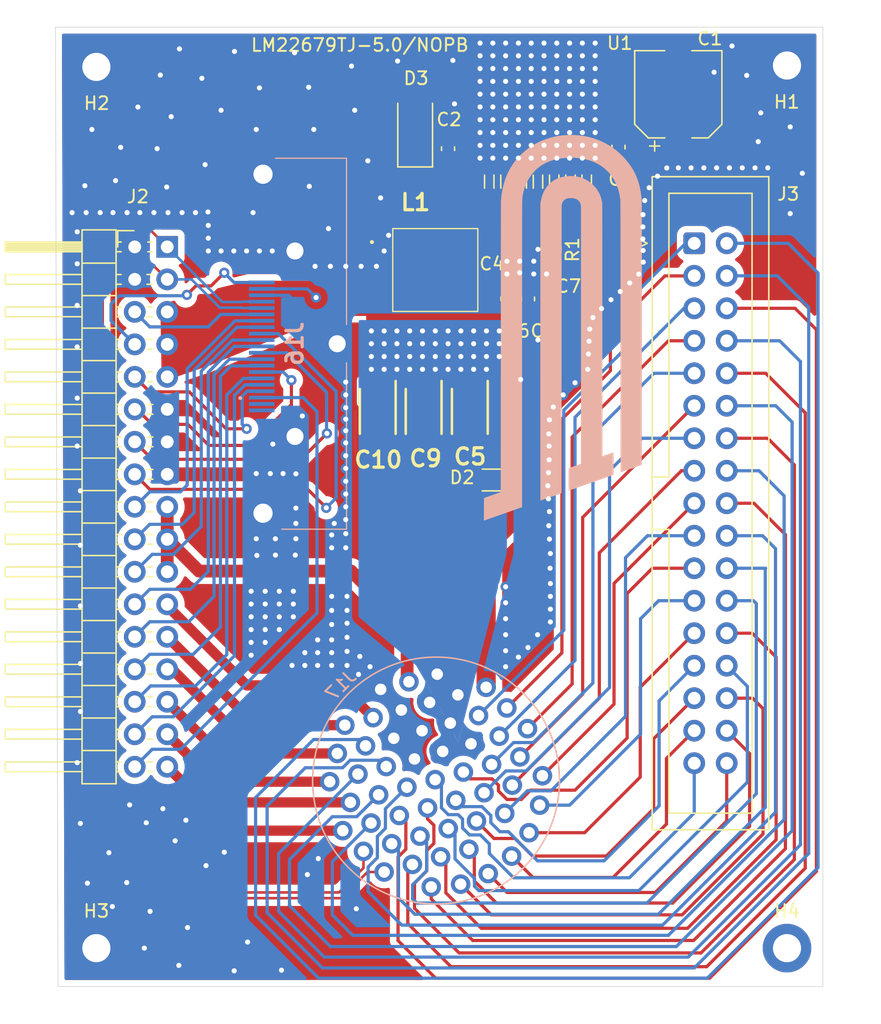
<source format=kicad_pcb>
(kicad_pcb (version 20211014) (generator pcbnew)
  (layers (0 "F.Cu" signal) (1 "In1.Cu" signal) (2 "In2.Cu" signal) (31 "B.Cu" signal) (34 "B.Paste" user) (35 "F.Paste" user) (36 "B.SilkS" user "B.Silkscreen") (37 "F.SilkS" user "F.Silkscreen") (38 "B.Mask" user) (39 "F.Mask" user) (44 "Edge.Cuts" user))
  (net 0 "")
  (net 1 "GND")
  (net 2 "+5V")
  (net 3 "/płytka pionowa/SWD1")
  (net 4 "/płytka pionowa/CLK1")
  (net 5 "/płytka pionowa/RST1")
  (net 6 "/płytka pionowa/SWD2")
  (net 7 "/płytka pionowa/CLK2")
  (net 8 "/płytka pionowa/RST2")
  (net 9 "/płytka pionowa/SWD3")
  (net 10 "/płytka pionowa/CLK3")
  (net 11 "/płytka pionowa/RST3")
  (net 12 "/płytka pionowa/RST5")
  (net 13 "/płytka pionowa/CLK5")
  (net 14 "/płytka pionowa/SWD5")
  (net 15 "/płytka pionowa/RST4")
  (net 16 "/płytka pionowa/CLK4")
  (net 17 "/płytka pionowa/SWD4")
  (net 18 "/płytka pionowa/Z13")
  (net 19 "/płytka pionowa/Z11")
  (net 20 "/płytka pionowa/Z9")
  (net 21 "/płytka pionowa/Z10")
  (net 22 "/płytka pionowa/Z12")
  (net 23 "/płytka pionowa/Z14")
  (net 24 "/płytka pionowa/+24F2")
  (net 25 "/płytka pionowa/CAN+")
  (net 26 "/płytka pionowa/CAN-")
  (net 27 "/płytka pionowa/PITOT2")
  (net 28 "/płytka pionowa/PITOT1")
  (net 29 "/płytka pionowa/S15")
  (net 30 "/płytka pionowa/S17")
  (net 31 "/płytka pionowa/S19")
  (net 32 "/płytka pionowa/S21")
  (net 33 "/płytka pionowa/S23")
  (net 34 "/płytka pionowa/S25")
  (net 35 "/płytka pionowa/S27")
  (net 36 "/płytka pionowa/K_ANALOG0")
  (net 37 "/płytka pionowa/K_OUTPUT0")
  (net 38 "/płytka pionowa/K_OUTPUT1")
  (net 39 "/płytka pionowa/K_OUTPUT2")
  (net 40 "/płytka pionowa/TIM_IN0")
  (net 41 "/płytka pionowa/TIM_IN1")
  (net 42 "/płytka pionowa/SIG_APPS2")
  (net 43 "/płytka pionowa/BSPD-CURRENT")
  (net 44 "/płytka pionowa/SAFE-IN")
  (net 45 "/płytka pionowa/SAFE-OUT")
  (net 46 "/płytka pionowa/BRAKE_PRESSURE1")
  (net 47 "/płytka pionowa/BRAKE_PRESSURE2")
  (net 48 "/płytka pionowa/POT_ZAWIAS_1")
  (net 49 "/płytka pionowa/POT_ZAWIAS2")
  (net 50 "/płytka pionowa/WHEELSPEED1")
  (net 51 "/płytka pionowa/WHEELSPEED2")
  (net 52 "/płytka pionowa/TEMP1")
  (net 53 "/płytka pionowa/KILL_KIERA")
  (net 54 "/płytka pionowa/KILL_PRAWY")
  (net 55 "/płytka pionowa/KILL_LEWY")
  (net 56 "/płytka pionowa/INERTIA")
  (net 57 "/płytka pionowa/OVERTRAVEL")
  (net 58 "/płytka pionowa/S36")
  (net 59 "/płytka pionowa/SIG_APPS1")
  (net 60 "/płytka pionowa/WOLNY")
  (net 62 "/+24F1")
  (net 63 "Net-(C4-Pad2)")
  (net 64 "Net-(C4-Pad1)")
  (net 65 "Net-(R1-Pad1)")
  (footprint "MountingHole:MountingHole_2.2mm_M2_DIN965_Pad" (layer "F.Cu") (at 167.2 61)
    (fp_text reference "H1")
    (fp_text value "MountingHole_Pad")
  )
  (footprint "User_footprints:74439346068" (layer "F.Cu") (at 139.7 77)
    (fp_text reference "L1")
    (fp_text value "6.8uH" hide)
  )
  (footprint "MountingHole:MountingHole_2.2mm_M2_DIN965_Pad" (layer "F.Cu") (at 113.2 61.11)
    (fp_text reference "H2")
    (fp_text value "MountingHole_Pad")
  )
  (footprint "User_footprints:CAPPM3528X210N" (layer "F.Cu") (at 142.4 88.04 -90)
    (fp_text reference "C5")
    (fp_text value "68uF" hide)
  )
  (footprint "Capacitor_SMD:C_0603_1608Metric" (layer "F.Cu") (at 145.7 74.7)
    (fp_text reference "C4")
    (fp_text value "10nF")
  )
  (footprint "Capacitor_SMD:C_0603_1608Metric" (layer "F.Cu") (at 145.3416 79.2355 90)
    (fp_text reference "C6")
    (fp_text value "100nF")
  )
  (footprint "Capacitor_SMD:C_0603_1608Metric" (layer "F.Cu") (at 148.532 79.2462 90)
    (fp_text reference "C7")
    (fp_text value "100nF")
  )
  (footprint "Capacitor_SMD:CP_Elec_6.3x5.8" (layer "F.Cu") (at 158.7 63.25 90)
    (fp_text reference "C1")
    (fp_text value "22uF")
  )
  (footprint "Diode_SMD:D_SOD-128" (layer "F.Cu") (at 138.125 65.85 90)
    (fp_text reference "D3")
    (fp_text value "Schottky 60V 5A")
  )
  (footprint "MountingHole:MountingHole_2.2mm_M2_DIN965_Pad" (layer "F.Cu") (at 113.2 130)
    (fp_text reference "H3")
    (fp_text value "MountingHole_Pad")
  )
  (footprint "Diode_SMD:D_SOD-323" (layer "F.Cu") (at 144.425 93.403881 180)
    (fp_text reference "D2")
    (fp_text value "SD36_SOD323")
  )
  (footprint "Capacitor_SMD:C_0603_1608Metric" (layer "F.Cu") (at 154.025 67.378881 90)
    (fp_text reference "C3")
    (fp_text value "1uF")
  )
  (footprint "Resistor_SMD:R_0603_1608Metric" (layer "F.Cu") (at 149 75.4 -90)
    (fp_text reference "R1")
    (fp_text value "9k")
  )
  (footprint "Connector_IDC:IDC-Header_2x17_P2.54mm_Vertical" (layer "F.Cu") (at 159.9475 74.9)
    (fp_text reference "J3")
    (fp_text value "Taśma IDC góra")
  )
  (footprint "Connector_PinHeader_2.54mm:PinHeader_2x17_P2.54mm_Horizontal" (layer "F.Cu") (at 116.14 75.18)
    (fp_text reference "J2")
    (fp_text value "piny kątowe")
  )
  (footprint "User_footprints:CAPPM3528X210N" (layer "F.Cu") (at 135.2 88.04 -90)
    (fp_text reference "C10")
    (fp_text value "68uF" hide)
  )
  (footprint "User_footprints:CAPPM3528X210N" (layer "F.Cu") (at 138.79 88.04 -90)
    (fp_text reference "C9")
    (fp_text value "68uF" hide)
  )
  (footprint "Capacitor_SMD:C_0603_1608Metric" (layer "F.Cu") (at 140.7 67.5 90)
    (fp_text reference "C2")
    (fp_text value "4.7uF")
  )
  (footprint "User_footprints:LM22679TJ-5.0&slash_NOPB" (layer "F.Cu") (at 147.73 63.9046)
    (fp_text reference "U1")
    (fp_text value "LM22679TJ-5.0/NOPB")
  )
  (footprint "MountingHole:MountingHole_2.2mm_M2_DIN965_Pad" (layer "F.Cu") (at 167.2 130)
    (fp_text reference "H4")
    (fp_text value "MountingHole_Pad")
  )
  (footprint "Capacitor_SMD:C_0603_1608Metric" (layer "F.Cu") (at 146.95 79.25 90)
    (fp_text reference "C8")
    (fp_text value "100nF")
  )
  (footprint "TE_konektor:TE-AUTOSPORT-16-36" (layer "B.Cu") (at 139.76 116.9 -135)
    (fp_text reference "J17")
    (fp_text value "Złącze TE")
  )
  (footprint "SamacSys_Parts:SS53000003" (layer "B.Cu") (at 129.5 82.75 90)
    (fp_text reference "J16")
    (fp_text value "hdmi diagnostyka" hide)
  )
  (footprint "User_footprints:PUTM_LOGO_35mm" (layer "B.Cu") (at 150.005872 82.422135 90)
    (fp_text reference "G***" hide)
    (fp_text value "LOGO" hide)
  )
  (gr_line (start 170 58) (end 170 133) (layer "Edge.Cuts") (width 0.05))
  (gr_line (start 110.2 133) (end 110 58) (layer "Edge.Cuts") (width 0.05))
  (gr_line (start 110 58) (end 170 58) (layer "Edge.Cuts") (width 0.05))
  (gr_line (start 170 133) (end 110.2 133) (layer "Edge.Cuts") (width 0.05))
  (segment (start 147.725 84.203881) (end 147.725 82.453881) (width 1) (layer "F.Cu") (net 1))
  (segment (start 146.375 85.553881) (end 147.725 84.203881) (width 1) (layer "F.Cu") (net 1))
  (segment (start 147.73 72.2485) (end 147.73 75.37) (width 0.8) (layer "F.Cu") (net 1))
  (via (at 114.45 126.75) (size 0.8) (drill 0.4) (layers "F.Cu" "B.Cu") (net 1))
  (via (at 152.2 59.25) (size 0.8) (drill 0.4) (layers "F.Cu" "B.Cu") (net 1))
  (via (at 151.2 60.24) (size 0.8) (drill 0.4) (layers "F.Cu" "B.Cu") (net 1))
  (via (at 146.2 68.24) (size 0.8) (drill 0.4) (layers "F.Cu" "B.Cu") (net 1))
  (via (at 148.5 93.85) (size 0.8) (drill 0.4) (layers "F.Cu" "B.Cu") (net 1))
  (via (at 131.6 104.7) (size 0.8) (drill 0.4) (layers "F.Cu" "B.Cu") (net 1))
  (via (at 155.93 73.62) (size 0.8) (drill 0.4) (layers "F.Cu" "B.Cu") (net 1))
  (via (at 151.2 64.24) (size 0.8) (drill 0.4) (layers "F.Cu" "B.Cu") (net 1))
  (via (at 165.7 69) (size 0.8) (drill 0.4) (layers "F.Cu" "B.Cu") (net 1))
  (via (at 147.2 62.24) (size 0.8) (drill 0.4) (layers "F.Cu" "B.Cu") (net 1))
  (via (at 131.6 107.9) (size 0.8) (drill 0.4) (layers "F.Cu" "B.Cu") (net 1))
  (via (at 150.2 60.24) (size 0.8) (drill 0.4) (layers "F.Cu" "B.Cu") (net 1))
  (via (at 148.2 63.24) (size 0.8) (drill 0.4) (layers "F.Cu" "B.Cu") (net 1))
  (via (at 147.2 60.24) (size 0.8) (drill 0.4) (layers "F.Cu" "B.Cu") (net 1))
  (via (at 152.2 66.24) (size 0.8) (drill 0.4) (layers "F.Cu" "B.Cu") (net 1))
  (via (at 121.45 62) (size 0.8) (drill 0.4) (layers "F.Cu" "B.Cu") (net 1))
  (via (at 147.2 64.24) (size 0.8) (drill 0.4) (layers "F.Cu" "B.Cu") (net 1))
  (via (at 125.025 129.525) (size 0.8) (drill 0.4) (layers "F.Cu" "B.Cu") (net 1))
  (via (at 157.8 69.01) (size 0.8) (drill 0.4) (layers "F.Cu" "B.Cu") (net 1))
  (via (at 146.2 62.24) (size 0.8) (drill 0.4) (layers "F.Cu" "B.Cu") (net 1))
  (via (at 121.925 72.45) (size 0.8) (drill 0.4) (layers "F.Cu" "B.Cu") (net 1))
  (via (at 141.075 60.6) (size 0.8) (drill 0.4) (layers "F.Cu" "B.Cu") (net 1))
  (via (at 123.975 131.775) (size 0.8) (drill 0.4) (layers "F.Cu" "B.Cu") (net 1))
  (via (at 128.8 98) (size 0.8) (drill 0.4) (layers "F.Cu" "B.Cu") (net 1))
  (via (at 136.75 60.65) (size 0.8) (drill 0.4) (layers "F.Cu" "B.Cu") (net 1))
  (via (at 127.5 105.1) (size 0.8) (drill 0.4) (layers "F.Cu" "B.Cu") (net 1))
  (via (at 119.05 65) (size 0.8) (drill 0.4) (layers "F.Cu" "B.Cu") (net 1))
  (via (at 151.675 83.553881) (size 0.8) (drill 0.4) (layers "F.Cu" "B.Cu") (net 1))
  (via (at 149.2 68.24) (size 0.8) (drill 0.4) (layers "F.Cu" "B.Cu") (net 1))
  (via (at 115.8 118.8) (size 0.8) (drill 0.4) (layers "F.Cu" "B.Cu") (net 1))
  (via (at 146.2 64.24) (size 0.8) (drill 0.4) (layers "F.Cu" "B.Cu") (net 1))
  (via (at 132.7 89.55) (size 0.8) (drill 0.4) (layers "F.Cu" "B.Cu") (net 1))
  (via (at 144.2 61.24) (size 0.8) (drill 0.4) (layers "F.Cu" "B.Cu") (net 1))
  (via (at 143.2 63.24) (size 0.8) (drill 0.4) (layers "F.Cu" "B.Cu") (net 1))
  (via (at 145.2 63.24) (size 0.8) (drill 0.4) (layers "F.Cu" "B.Cu") (net 1))
  (via (at 121.95 73.5) (size 0.8) (drill 0.4) (layers "F.Cu" "B.Cu") (net 1))
  (via (at 124.95 75.5) (size 0.8) (drill 0.4) (layers "F.Cu" "B.Cu") (net 1))
  (via (at 111.7 90.75) (size 0.8) (drill 0.4) (layers "F.Cu" "B.Cu") (net 1))
  (via (at 125.45 72.5) (size 0.8) (drill 0.4) (layers "F.Cu" "B.Cu") (net 1))
  (via (at 111.7 76.5) (size 0.8) (drill 0.4) (layers "F.Cu" "B.Cu") (net 1))
  (via (at 148.4 77.3) (size 0.8) (drill 0.4) (layers "F.Cu" "B.Cu") (net 1))
  (via (at 114.7 70) (size 0.8) (drill 0.4) (layers "F.Cu" "B.Cu") (net 1))
  (via (at 146.2 67.24) (size 0.8) (drill 0.4) (layers "F.Cu" "B.Cu") (net 1))
  (via (at 154.16 78.67) (size 0.8) (drill 0.4) (layers "F.Cu" "B.Cu") (net 1))
  (via (at 145.3 76.3) (size 0.8) (drill 0.4) (layers "F.Cu" "B.Cu") (net 1))
  (via (at 117.4 127.125) (size 0.8) (drill 0.4) (layers "F.Cu" "B.Cu") (net 1))
  (via (at 149.7 86.75) (size 0.8) (drill 0.4) (layers "F.Cu" "B.Cu") (net 1))
  (via (at 148.575 89.8) (size 0.8) (drill 0.4) (layers "F.Cu" "B.Cu") (net 1))
  (via (at 123.95 75.5) (size 0.8) (drill 0.4) (layers "F.Cu" "B.Cu") (net 1))
  (via (at 148.2 67.24) (size 0.8) (drill 0.4) (layers "F.Cu" "B.Cu") (net 1))
  (via (at 150.2 62.24) (size 0.8) (drill 0.4) (layers "F.Cu" "B.Cu") (net 1))
  (via (at 129.85 70.45) (size 0.8) (drill 0.4) (layers "F.Cu" "B.Cu") (net 1))
  (via (at 129.5 106.9) (size 0.8) (drill 0.4) (layers "F.Cu" "B.Cu") (net 1))
  (via (at 144.2 64.24) (size 0.8) (drill 0.4) (layers "F.Cu" "B.Cu") (net 1))
  (via (at 147.2 65.24) (size 0.8) (drill 0.4) (layers "F.Cu" "B.Cu") (net 1))
  (via (at 148.925 87.7) (size 0.8) (drill 0.4) (layers "F.Cu" "B.Cu") (net 1))
  (via (at 145.2 59.25) (size 0.8) (drill 0.4) (layers "F.Cu" "B.Cu") (net 1))
  (via (at 147.4 77.3) (size 0.8) (drill 0.4) (layers "F.Cu" "B.Cu") (net 1))
  (via (at 145.2 65.24) (size 0.8) (drill 0.4) (layers "F.Cu" "B.Cu") (net 1))
  (via (at 127 90.6) (size 0.8) (drill 0.4) (layers "F.Cu" "B.Cu") (net 1))
  (via (at 111.7 87) (size 0.8) (drill 0.4) (layers "F.Cu" "B.Cu") (net 1))
  (via (at 150.2 65.24) (size 0.8) (drill 0.4) (layers "F.Cu" "B.Cu") (net 1))
  (via (at 128.8 95.6) (size 0.8) (drill 0.4) (layers "F.Cu" "B.Cu") (net 1))
  (via (at 155.93 74.56) (size 0.8) (drill 0.4) (layers "F.Cu" "B.Cu") (net 1))
  (via (at 121.775 123.55) (size 0.8) (drill 0.4) (layers "F.Cu" "B.Cu") (net 1))
  (via (at 148.2 61.24) (size 0.8) (drill 0.4) (layers "F.Cu" "B.Cu") (net 1))
  (via (at 132.7 97.6) (size 0.8) (drill 0.4) (layers "F.Cu" "B.Cu") (net 1))
  (via (at 111.7 83) (size 0.8) (drill 0.4) (layers "F.Cu" "B.Cu") (net 1))
  (via (at 132.7 85.75) (size 0.8) (drill 0.4) (layers "F.Cu" "B.Cu") (net 1))
  (via (at 152.2 64.24) (size 0.8) (drill 0.4) (layers "F.Cu" "B.Cu") (net 1))
  (via (at 144.2 66.24) (size 0.8) (drill 0.4) (layers "F.Cu" "B.Cu") (net 1))
  (via (at 132.7 98.7) (size 0.8) (drill 0.4) (layers "F.Cu" "B.Cu") (net 1))
  (via (at 133.15 61.05) (size 0.8) (drill 0.4) (layers "F.Cu" "B.Cu") (net 1))
  (via (at 148.2 65.24) (size 0.8) (drill 0.4) (layers "F.Cu" "B.Cu") (net 1))
  (via (at 146.3 76.3) (size 0.8) (drill 0.4) (layers "F.Cu" "B.Cu") (net 1))
  (via (at 147.2 66.24) (size 0.8) (drill 0.4) (layers "F.Cu" "B.Cu") (net 1))
  (via (at 152.2 60.24) (size 0.8) (drill 0.4) (layers "F.Cu" "B.Cu") (net 1))
  (via (at 160.7 69) (size 0.8) (drill 0.4) (layers "F.Cu" "B.Cu") (net 1))
  (via (at 144.2 65.24) (size 0.8) (drill 0.4) (layers "F.Cu" "B.Cu") (net 1))
  (via (at 145.2 64.24) (size 0.8) (drill 0.4) (layers "F.Cu" "B.Cu") (net 1))
  (via (at 117.1 120.2) (size 0.8) (drill 0.4) (layers "F.Cu" "B.Cu") (net 1))
  (via (at 148.7 101.5) (size 0.8) (drill 0.4) (layers "F.Cu" "B.Cu") (net 1))
  (via (at 152.7 80) (size 0.8) (drill 0.4) (layers "F.Cu" "B.Cu") (net 1))
  (via (at 163.7 69) (size 0.8) (drill 0.4) (layers "F.Cu" "B.Cu") (net 1))
  (via (at 150.2 66.24) (size 0.8) (drill 0.4) (layers "F.Cu" "B.Cu") (net 1))
  (via (at 150.2 61.24) (size 0.8) (drill 0.4) (layers "F.Cu" "B.Cu") (net 1))
  (via (at 112.4 72.5) (size 0.8) (drill 0.4) (layers "F.Cu" "B.Cu") (net 1))
  (via (at 121.95 74.5) (size 0.8) (drill 0.4) (layers "F.Cu" "B.Cu") (net 1))
  (via (at 146.375 85.553881) (size 0.8) (drill 0.4) (layers "F.Cu" "B.Cu") (net 1))
  (via (at 165.15 64.7) (size 0.8) (drill 0.4) (layers "F.Cu" "B.Cu") (net 1))
  (via (at 144.2 62.24) (size 0.8) (drill 0.4) (layers "F.Cu" "B.Cu") (net 1))
  (via (at 152.2 61.24) (size 0.8) (drill 0.4) (layers "F.Cu" "B.Cu") (net 1))
  (via (at 150.2 59.25) (size 0.8) (drill 0.4) (layers "F.Cu" "B.Cu") (net 1))
  (via (at 119.7 59.7) (size 0.8) (drill 0.4) (layers "F.Cu" "B.Cu") (net 1))
  (via (at 133.8 107.2) (size 0.8) (drill 0.4) (layers "F.Cu" "B.Cu") (net 1))
  (via (at 145.2 68.24) (size 0.8) (drill 0.4) (layers "F.Cu" "B.Cu") (net 1))
  (via (at 148.7 103.5) (size 0.8) (drill 0.4) (layers "F.Cu" "B.Cu") (net 1))
  (via (at 131.6 102.5) (size 0.8) (drill 0.4) (layers "F.Cu" "B.Cu") (net 1))
  (via (at 148.7 99.15) (size 0.8) (drill 0.4) (layers "F.Cu" "B.Cu") (net 1))
  (via (at 151.625 84.753881) (size 0.8) (drill 0.4) (layers "F.Cu" "B.Cu") (net 1))
  (via (at 148.2 66.24) (size 0.8) (drill 0.4) (layers "F.Cu" "B.Cu") (net 1))
  (via (at 135.7 75.5) (size 0.8) (drill 0.4) (layers "F.Cu" "B.Cu") (net 1))
  (via (at 134.6 108) (size 0.8) (drill 0.4) (layers "F.Cu" "B.Cu") (net 1))
  (via (at 156.425 70.553881) (size 0.8) (drill 0.4) (layers "F.Cu" "B.Cu") (net 1))
  (via (at 133.7 108.6) (size 0.8) (drill 0.4) (layers "F.Cu" "B.Cu") (net 1))
  (via (at 132.8 106.8) (size 0.8) (drill 0.4) (layers "F.Cu" "B.Cu") (net 1))
  (via (at 150.625 85.803881) (size 0.8) (drill 0.4) (layers "F.Cu" "B.Cu") (net 1))
  (via (at 129.5 107.9) (size 0.8) (drill 0.4) (layers "F.Cu" "B.Cu") (net 1))
  (via (at 148.6 90.75) (size 0.8) (drill 0.4) (layers "F.Cu" "B.Cu") (net 1))
  (via (at 125.95 62.75) (size 0.8) (drill 0.4) (layers "F.Cu" "B.Cu") (net 1))
  (via (at 152.2 65.24) (size 0.8) (drill 0.4) (layers "F.Cu" "B.Cu") (net 1))
  (via (at 145.2 104.25) (size 0.8) (drill 0.4) (layers "F.Cu" "B.Cu") (net 1))
  (via (at 125.7 66) (size 0.8) (drill 0.4) (layers "F.Cu" "B.Cu") (net 1))
  (via (at 143.2 66.24) (size 0.8) (drill 0.4) (layers "F.Cu" "B.Cu") (net 1))
  (via (at 132.7 93.5) (size 0.8) (drill 0.4) (layers "F.Cu" "B.Cu") (net 1))
  (via (at 155.95 75.46) (size 0.8) (drill 0.4) (layers "F.Cu" "B.Cu") (net 1))
  (via (at 125.3 103.1) (size 0.8) (drill 0.4) (layers "F.Cu" "B.Cu") (net 1))
  (via (at 132.7 90.5) (size 0.8) (drill 0.4) (layers "F.Cu" "B.Cu") (net 1))
  (via (at 152.2 62.24) (size 0.8) (drill 0.4) (layers "F.Cu" "B.Cu") (net 1))
  (via (at 143.2 64.24) (size 0.8) (drill 0.4) (layers "F.Cu" "B.Cu") (net 1))
  (via (at 131.6 98.7) (size 0.8) (drill 0.4) (layers "F.Cu" "B.Cu") (net 1))
  (via (at 144.2 68.24) (size 0.8) (drill 0.4) (layers "F.Cu" "B.Cu") (net 1))
  (via (at 130.5 107.9) (size 0.8) (drill 0.4) (layers "F.Cu" "B.Cu") (net 1))
  (via (at 117.95 67.5) (size 0.8) (drill 0.4) (layers "F.Cu" "B.Cu") (net 1))
  (via (at 151.2 68.24) (size 0.8) (drill 0.4) (layers "F.Cu" "B.Cu") (net 1))
  (via (at 131.6 97.7) (size 0.8) (drill 0.4) (layers "F.Cu" "B.Cu") (net 1))
  (via (at 150.2 68.24) (size 0.8) (drill 0.4) (layers "F.Cu" "B.Cu") (net 1))
  (via (at 146.2 66.24) (size 0.8) (drill 0.4) (layers "F.Cu" "B.Cu") (net 1))
  (via (at 151.2 65.24) (size 0.8) (drill 0.4) (layers "F.Cu" "B.Cu") (net 1))
  (via (at 145.3 77.3) (size 0.8) (drill 0.4) (layers "F.Cu" "B.Cu") (net 1))
  (via (at 115.6 72.5) (size 0.8) (drill 0.4) (layers "F.Cu" "B.Cu") (net 1))
  (via (at 148.2 60.24) (size 0.8) (drill 0.4) (layers "F.Cu" "B.Cu") (net 1))
  (via (at 127.8 92.9) (size 0.8) (drill 0.4) (layers "F.Cu" "B.Cu") (net 1))
  (via (at 126.4 104.1) (size 0.8) (drill 0.4) (layers "F.Cu" "B.Cu") (net 1))
  (via (at 126.4 102.1) (size 0.8) (drill 0.4) (layers "F.Cu" "B.Cu") (net 1))
  (via (at 125.95 75.5) (size 0.8) (drill 0.4) (layers "F.Cu" "B.Cu") (net 1))
  (via (at 149.2 61.24) (size 0.8) (drill 0.4) (layers "F.Cu" "B.Cu") (net 1))
  (via (at 144.2 63.24) (size 0.8) (drill 0.4) (layers "F.Cu" "B.Cu") (net 1))
  (via (at 149.2 64.24) (size 0.8) (drill 0.4) (layers "F.Cu" "B.Cu") (net 1))
  (via (at 132.7 96.5) (size 0.8) (drill 0.4) (layers "F.Cu" "B.Cu") (net 1))
  (via (at 128.5 107.9) (size 0.8) (drill 0.4) (layers "F.Cu" "B.Cu") (net 1))
  (via (at 146.2 107.25) (size 0.8) (drill 0.4) (layers "F.Cu" "B.Cu") (net 1))
  (via (at 148.2 68.24) (size 0.8) (drill 0.4) (layers "F.Cu" "B.Cu") (net 1))
  (via (at 127.5 104.1) (size 0.8) (drill 0.4) (layers "F.Cu" "B.Cu") (net 1))
  (via (at 148.55 94.875) (size 0.8) (drill 0.4) (layers "F.Cu" "B.Cu") (net 1))
  (via (at 116.6 72.5) (size 0.8) (drill 0.4) (layers "F.Cu" "B.Cu") (net 1))
  (via (at 145.2 101.75) (size 0.8) (drill 0.4) (layers "F.Cu" "B.Cu") (net 1))
  (via (at 146.2 60.24) (size 0.8) (drill 0.4) (layers "F.Cu" "B.Cu") (net 1))
  (via (at 134.425 68.45) (size 0.8) (drill 0.4) (layers "F.Cu" "B.Cu") (net 1))
  (via (at 151.2 61.24) (size 0.8) (drill 0.4) (layers "F.Cu" "B.Cu") (net 1))
  (via (at 112.85 66) (size 0.8) (drill 0.4) (layers "F.Cu" "B.Cu") (net 1))
  (via (at 147.2 63.24) (size 0.8) (drill 0.4) (layers "F.Cu" "B.Cu") (net 1))
  (via (at 136.05 74.275) (size 0.8) (drill 0.4) (layers "F.Cu" "B.Cu") (net 1))
  (via (at 151.2 62.24) (size 0.8) (drill 0.4) (layers "F.Cu" "B.Cu") (net 1))
  (via (at 149.2 67.24) (size 0.8) (drill 0.4) (layers "F.Cu" "B.Cu") (net 1))
  (via (at 144.2 67.24) (size 0.8) (drill 0.4) (layers "F.Cu" "B.Cu") (net 1))
  (via (at 149.2 59.25) (size 0.8) (drill 0.4) (layers "F.Cu" "B.Cu") (net 1))
  (via (at 127.2 99.275) (size 0.8) (drill 0.4) (layers "F.Cu" "B.Cu") (net 1))
  (via (at 146.95 106.5) (size 0.8) (drill 0.4) (layers "F.Cu" "B.Cu") (net 1))
  (via (at 131.6 105.9) (size 0.8) (drill 0.4) (layers "F.Cu" "B.Cu") (net 1))
  (via (at 146.2 59.25) (size 0.8) (drill 0.4) (layers "F.Cu" "B.Cu") (net 1))
  (via (at 111.95 111.5) (size 0.8) (drill 0.4) (layers "F.Cu" "B.Cu") (net 1))
  (via (at 122.95 64.5) (size 0.8) (drill 0.4) (layers "F.Cu" "B.Cu") (net 1))
  (via (at 149.2 60.24) (size 0.8) (drill 0.4) (layers "F.Cu" "B.Cu") (net 1))
  (via (at 111.95 94.25) (size 0.8) (drill 0.4) (layers "F.Cu" "B.Cu") (net 1))
  (via (at 145.2 105.5) (size 0.8) (drill 0.4) (layers "F.Cu" "B.Cu") (net 1))
  (via (at 111.7 79.75) (size 0.8) (drill 0.4) (layers "F.Cu" "B.Cu") (net 1))
  (via (at 122.95 75.5) (size 0.8) (drill 0.4) (layers "F.Cu" "B.Cu") (net 1))
  (via (at 147.2 68.24) (size 0.8) (drill 0.4) (layers "F.Cu" "B.Cu") (net 1))
  (via (at 111.7 74) (size 0.8) (drill 0.4) (layers "F.Cu" "B.Cu") (net 1))
  (via (at 152.025 80.703881) (size 0.8) (drill 0.4) (layers "F.Cu" "B.Cu") (net 1))
  (via (at 121.95 75.5) (size 0.8) (drill 0.4) (layers "F.Cu" "B.Cu") (net 1))
  (via (at 145.2 61.24) (size 0.8) (drill 0.4) (layers "F.Cu" "B.Cu") (net 1))
  (via (at 150.2 67.24) (size 0.8) (drill 0.4) (layers "F.Cu" "B.Cu") (net 1))
  (via (at 132.7 94.5) (size 0.8) (drill 0.4) (layers "F.Cu" "B.Cu") (net 1))
  (via (at 132.7 95.5) (size 0.8) (drill 0.4) (layers "F.Cu" "B.Cu") (net 1))
  (via (at 132.8 102.5) (size 0.8) (drill 0.4) (layers "F.Cu" "B.Cu") (net 1))
  (via (at 155.94 72.66) (size 0.8) (drill 0.4) (layers "F.Cu" "B.Cu") (net 1))
  (via (at 143.2 67.24) (size 0.8) (drill 0.4) (layers "F.Cu" "B.Cu") (net 1))
  (via (at 131.35 73.75) (size 0.8) (drill 0.4) (layers "F.Cu" "B.Cu") (net 1))
  (via (at 123.2 122.5) (size 0.8) (drill 0.4) (layers "F.Cu" "B.Cu") (net 1))
  (via (at 148.625 98.025) (size 0.8) (drill 0.4) (layers "F.Cu" "B.Cu") (net 1))
  (via (at 147.7 105.5) (size 0.8) (drill 0.4) (layers "F.Cu" "B.Cu") (net 1))
  (via (at 124 59.9) (size 0.8) (drill 0.4) (layers "F.Cu" "B.Cu") (net 1))
  (via (at 130.5 105.9) (size 0.8) (drill 0.4) (layers "F.Cu" "B.Cu") (net 1))
  (via (at 145.2 62.24) (size 0.8) (drill 0.4) (layers "F.Cu" "B.Cu") (net 1))
  (via (at 152.2 67.24) (size 0.8) (drill 0.4) (layers "F.Cu" "B.Cu") (net 1))
  (via (at 117.7 72.5) (size 0.8) (drill 0.4) (layers "F.Cu" "B.Cu") (net 1))
  (via (at 132.7 92.5) (size 0.8) (drill 0.4) (layers "F.Cu" "B.Cu") (net 1))
  (via (at 125.3 102.1) (size 0.8) (drill 0.4) (layers "F.Cu" "B.Cu") (net 1))
  (via (at 120.2 120) (size 0.8) (drill 0.4) (layers "F.Cu" "B.Cu") (net 1))
  (via (at 145.2 60.24) (size 0.8) (drill 0.4) (layers "F.Cu" "B.Cu") (net 1))
  (via (at 125.3 105.1) (size 0.8) (drill 0.4) (layers "F.Cu" "B.Cu") (net 1))
  (via (at 149.2 63.24) (size 0.8) (drill 0.4) (layers "F.Cu" "B.Cu") (net 1))
  (via (at 126.95 75.5) (size 0.8) (drill 0.4) (layers "F.Cu" "B.Cu") (net 1))
  (via (at 148.7 102.5) (size 0.8) (drill 0.4) (layers "F.Cu" "B.Cu") (net 1))
  (via (at 145.2 66.24) (size 0.8) (drill 0.4) (layers "F.Cu" "B.Cu") (net 1))
  (via (at 148.2 64.24) (size 0.8) (drill 0.4) (layers "F.Cu" "B.Cu") (net 1))
  (via (at 130.2 66) (size 0.8) (drill 0.4) (layers "F.Cu" "B.Cu") (net 1))
  (via (at 144.2 59.25) (size 0.8) (drill 0.4) (layers "F.Cu" "B.Cu") (net 1))
  (via (at 148.625 95.875) (size 0.8) (drill 0.4) (layers "F.Cu" "B.Cu") (net 1))
  (via (at 115.575 124.875) (size 0.8) (drill 0.4) (layers "F.Cu" "B.Cu") (net 1))
  (via (at 151.2 67.24) (size 0.8) (drill 0.4) (layers "F.Cu" "B.Cu") (net 1))
  (via (at 146.2 61.24) (size 0.8) (drill 0.4) (layers "F.Cu" "B.Cu") (net 1))
  (via (at 151.725 82.553881) (size 0.8) (drill 0.4) (layers "F.Cu" "B.Cu") (net 1))
  (via (at 143.2 59.25) (size 0.8) (drill 0.4) (layers "F.Cu" "B.Cu") (net 1))
  (via (at 128.8 92.92) (size 0.8) (drill 0.4) (layers "F.Cu" "B.Cu") (net 1))
  (via (at 161.5 61.525) (size 0.8) (drill 0.4) (layers "F.Cu" "B.Cu") (net 1))
  (via (at 135.425 71.35) (size 0.8) (drill 0.4) (layers "F.Cu" "B.Cu") (net 1))
  (via (at 147.2 61.24) (size 0.8) (drill 0.4) (layers "F.Cu" "B.Cu") (net 1))
  (via (at 118.8 72.5) (size 0.8) (drill 0.4) (layers "F.Cu" "B.Cu") (net 1))
  (via (at 131.6 103.6) (size 0.8) (drill 0.4) (layers "F.Cu" "B.Cu") (net 1))
  (via (at 118.4 119.1) (size 0.8) (drill 0.4) (layers "F.Cu" "B.Cu") (net 1))
  (via (at 167.45 72.575) (size 0.8) (drill 0.4) (layers "F.Cu" "B.Cu") (net 1))
  (via (at 112.5 124.925) (size 0.8) (drill 0.4) (layers "F.Cu" "B.Cu") (net 1))
  (via (at 126.8 92.9) (size 0.8) (drill 0.4) (layers "F.Cu" "B.Cu") (net 1))
  (via (at 151.2 59.25) (size 0.8) (drill 0.4) (layers "F.Cu" "B.Cu") (net 1))
  (via (at 143.2 65.24) (size 0.8) (drill 0.4) (layers "F.Cu" "B.Cu") (net 1))
  (via (at 131.6 106.9) (size 0.8) (drill 0.4) (layers "F.Cu" "B.Cu") (net 1))
  (via (at 146.3 77.2) (size 0.8) (drill 0.4) (layers "F.Cu" "B.Cu") (net 1))
  (via (at 125.3 104.1) (size 0.8) (drill 0.4) (layers "F.Cu" "B.Cu") (net 1))
  (via (at 147.2 59.25) (size 0.8) (drill 0.4) (layers "F.Cu" "B.Cu") (net 1))
  (via (at 145.2 106.75) (size 0.8) (drill 0.4) (layers "F.Cu" "B.Cu") (net 1))
  (via (at 148.675 100.3) (size 0.8) (drill 0.4) (layers "F.Cu" "B.Cu") (net 1))
  (via (at 119.65 131.35) (size 0.8) (drill 0.4) (layers "F.Cu" "B.Cu") (net 1))
  (via (at 133.525 126.925) (size 0.8) (drill 0.4) (layers "F.Cu" "B.Cu") (net 1))
  (via (at 147.4 76.3) (size 0.8) (drill 0.4) (layers "F.Cu" "B.Cu") (net 1))
  (via (at 149.2 65.24) (size 0.8) (drill 0.4) (layers "F.Cu" "B.Cu") (net 1))
  (via (at 146.2 65.24) (size 0.8) (drill 0.4) (layers "F.Cu" "B.Cu") (net 1))
  (via (at 143.2 60.24) (size 0.8) (drill 0.4) (layers "F.Cu" "B.Cu") (net 1))
  (via (at 152.2 63.24) (size 0.8) (drill 0.4) (layers "F.Cu" "B.Cu") (net 1))
  (via (at 127.5 103.1) (size 0.8) (drill 0.4) (layers "F.Cu" "B.Cu") (net 1))
  (via (at 148.575 96.975) (size 0.8) (drill 0.4) (layers "F.Cu" "B.Cu") (net 1))
  (via (at 167.45 65.8) (size 0.8) (drill 0.4) (layers "F.Cu" "B.Cu") (net 1))
  (via (at 126.4 103.1) (size 0.8) (drill 0.4) (layers "F.Cu" "B.Cu") (net 1))
  (via (at 133.4 64.5) (size 0.8) (drill 0.4) (layers "F.Cu" "B.Cu") (net 1))
  (via (at 111.95 107.75) (size 0.8) (drill 0.4) (layers "F.Cu" "B.Cu") (net 1))
  (via (at 143.2 61.24) (size 0.8) (drill 0.4) (layers "F.Cu" "B.Cu") (net 1))
  (via (at 126.4 106.1) (size 0.8) (drill 0.4) (layers "F.Cu" "B.Cu") (net 1))
  (via (at 129.7 124.25) (size 0.8) (drill 0.4) (layers "F.Cu" "B.Cu") (net 1))
  (via (at 118.2 61.75) (size 0.8) (drill 0.4) (layers "F.Cu" "B.Cu") (net 1))
  (via (at 132.8 105.7) (size 0.8) (drill 0.4) (layers "F.Cu" "B.Cu") (net 1))
  (via (at 125.7 92.9) (size 0.8) (drill 0.4) (layers "F.Cu" "B.Cu") (net 1))
  (via (at 151.775 81.603881) (size 0.8) (drill 0.4) (layers "F.Cu" "B.Cu") (net 1))
  (via (at 148.6 91.825) (size 0.8) (drill 0.4) (layers "F.Cu" "B.Cu") (net 1))
  (via (at 111.95 120.25) (size 0.8) (drill 0.4) (layers "F.Cu" "B.Cu") (net 1))
  (via (at 153.44 79.31) (size 0.8) (drill 0.4) (layers "F.Cu" "B.Cu") (net 1))
  (via (at 157.075 69.653881) (size 0.8) (drill 0.4) (layers "F.Cu" "B.Cu") (net 1))
  (via (at 126.4 105.1) (size 0.8) (drill 0.4) (layers "F.Cu" "B.Cu") (net 1))
  (via (at 119.9 72.5) (size 0.8) (drill 0.4) (layers "F.Cu" "B.Cu") (net 1))
  (via (at 143.2 62.24) (size 0.8) (drill 0.4) (layers "F.Cu" "B.Cu") (net 1))
  (via (at 132.8 104.6) (size 0.8) (drill 0.4) (layers "F.Cu" "B.Cu") (net 1))
  (via (at 146.2 63.24) (size 0.8) (drill 0.4) (layers "F.Cu" "B.Cu") (net 1))
  (via (at 127.5 102.1) (size 0.8) (drill 0.4) (layers "F.Cu" "B.Cu") (net 1))
  (via (at 158.7 69) (size 0.8) (drill 0.4) (layers "F.Cu" "B.Cu") (net 1))
  (via (at 162.9 59.475) (size 0.8) (drill 0.4) (layers "F.Cu" "B.Cu") (net 1))
  (via (at 128.7 60) (size 0.8) (drill 0.4) (layers "F.Cu" "B.Cu") (net 1))
  (via (at 116.45 64.25) (size 0.8) (drill 0.4) (layers "F.Cu" "B.Cu") (net 1))
  (via (at 125.3 107.1) (size 0.8) (drill 0.4) (layers "F.Cu" "B.Cu") (net 1))
  (via (at 132.7 88.65) (size 0.8) (drill 0.4) (layers "F.Cu" "B.Cu") (net 1))
  (via (at 145.2 103) (size 0.8) (drill 0.4) (layers "F.Cu" "B.Cu") (net 1))
  (via (at 148.625 88.7) (size 0.8) (drill 0.4) (layers "F.Cu" "B.Cu") (net 1))
  (via (at 151.2 66.24) (size 0.8) (drill 0.4) (layers "F.Cu" "B.Cu") (net 1))
  (via (at 128.6 103.1) (size 0.8) (drill 0.4) (layers "F.Cu" "B.Cu") (net 1))
  (via (at 111.95 103.25) (size 0.8) (drill 0.4) (layers "F.Cu" "B.Cu") (net 1))
  (via (at 128.6 102.1) (size 0.8) (drill 0.4) (layers "F.Cu" "B.Cu") (net 1))
  (via (at 168.4 69.425) (size 0.8) (drill 0.4) (layers "F.Cu" "B.Cu") (net 1))
  (via (at 132.7 87.75) (size 0.8) (drill 0.4) (layers "F.Cu" "B.Cu") (net 1))
  (via (at 125.75 99.3) (size 0.8) (drill 0.4) (layers "F.Cu" "B.Cu") (net 1))
  (via (at 161.7 69) (size 0.8) (drill 0.4) (layers "F.Cu" "B.Cu") (net 1))
  (via (at 148.2 62.24) (size 0.8) (drill 0.4) (layers "F.Cu" "B.Cu") (net 1))
  (via (at 120.95 72.5) (size 0.8) (drill 0.4) (layers "F.Cu" "B.Cu") (net 1))
  (via (at 132.7 76.7) (size 0.8) (drill 0.4) (layers "F.Cu" "B.Cu") (net 1))
  (via (at 149.2 66.24) (size 0.8) (drill 0.4) (layers "F.Cu" "B.Cu") (net 1))
  (via (at 135.1 76.7) (size 0.8) (drill 0.4) (layers "F.Cu" "B.Cu") (net 1))
  (via (at 143.2 68.24) (size 0.8) (drill 0.4) (layers "F.Cu" "B.Cu") (net 1))
  (via (at 132.8 107.9) (size 0.8) (drill 0.4) (layers "F.Cu" "B.Cu") (net 1))
  (via (at 149.2 62.24) (size 0.8) (drill 0.4) (layers "F.Cu" "B.Cu") (net 1))
  (via (at 111.95 98.5) (size 0.8) (drill 0.4) (layers "F.Cu" "B.Cu") (net 1))
  (via (at 125.3 106.1) (size 0.8) (drill 0.4) (layers "F.Cu" "B.Cu") (net 1))
  (via (at 121.7 68.75) (size 0.8) (drill 0.4) (layers "F.Cu" "B.Cu") (net 1))
  (via (at 125.7 98) (size 0.8) (drill 0.4) (layers "F.Cu" "B.Cu") (net 1))
  (via (at 132.8 103.6) (size 0.8) (drill 0.4) (layers "F.Cu" "B.Cu") (net 1))
  (via (at 164.7 69) (size 0.8) (drill 0.4) (layers "F.Cu" "B.Cu") (net 1))
  (via (at 162.7 69) (size 0.8) (drill 0.4) (layers "F.Cu" "B.Cu") (net 1))
  (via (at 113.5 72.5) (size 0.8) (drill 0.4) (layers "F.Cu" "B.Cu") (net 1))
  (via (at 115.1 67.4) (size 0.8) (drill 0.4) (layers "F.Cu" "B.Cu") (net 1))
  (via (at 156.075 71.553881) (size 0.8) (drill 0.4) (layers "F.Cu" "B.Cu") (net 1))
  (via (at 141.2 64) (size 0.8) (drill 0.4) (layers "F.Cu" "B.Cu") (net 1))
  (via (at 147.73 75.37) (size 0.8) (drill 0.4) (layers "F.Cu" "B.Cu") (net 1))
  (via (at 144.2 60.24) (size 0.8) (drill 0.4) (layers "F.Cu" "B.Cu") (net 1))
  (via (at 148.2 59.25) (size 0.8) (drill 0.4) (layers "F.Cu" "B.Cu") (net 1))
  (via (at 131.5 76.7) (size 0.8) (drill 0.4) (layers "F.Cu" "B.Cu") (net 1))
  (via (at 145.2 108) (size 0.8) (drill 0.4) (layers "F.Cu" "B.Cu") (net 1))
  (via (at 130.3 76.7) (size 0.8) (drill 0.4) (layers "F.Cu" "B.Cu") (net 1))
  (via (at 164.95 66.95) (size 0.8) (drill 0.4) (layers "F.Cu" "B.Cu") (net 1))
  (via (at 129.8 62.7) (size 0.8) (drill 0.4) (layers "F.Cu" "B.Cu") (net 1))
  (via (at 132.7 91.5) (size 0.8) (drill 0.4) (layers "F.Cu" "B.Cu") (net 1))
  (via (at 151.2 63.24) (size 0.8) (drill 0.4) (layers "F.Cu" "B.Cu") (net 1))
  (via (at 148.7 104.5) (size 0.8) (drill 0.4) (layers "F.Cu" "B.Cu") (net 1))
  (via (at 132.7 86.75) (size 0.8) (drill 0.4) (layers "F.Cu" "B.Cu") (net 1))
  (via (at 120.33 128.39) (size 0.8) (drill 0.4) (layers "F.Cu" "B.Cu") (net 1))
  (via (at 145.2 67.24) (size 0.8) (drill 0.4) (layers "F.Cu" "B.Cu") (net 1))
  (via (at 154.9 78) (size 0.8) (drill 0.4) (layers "F.Cu" "B.Cu") (net 1))
  (via (at 118.7 70.5) (size 0.8) (drill 0.4) (layers "F.Cu" "B.Cu") (net 1))
  (via (at 147.725 82.453881) (size 0.8) (drill 0.4) (layers "F.Cu" "B.Cu") (net 1))
  (via (at 111.3 72.5) (size 0.8) (drill 0.4) (layers "F.Cu" "B.Cu") (net 1))
  (via (at 127.2 98) (size 0.8) (drill 0.4) (layers "F.Cu" "B.Cu") (net 1))
  (via (at 147.2 67.24) (size 0.8) (drill 0.4) (layers "F.Cu" "B.Cu") (net 1))
  (via (at 128.75 99.275) (size 0.8) (drill 0.4) (layers "F.Cu" "B.Cu") (net 1))
  (via (at 111.7 115.5) (size 0.8) (drill 0.4) (layers "F.Cu" "B.Cu") (net 1))
  (via (at 150.2 63.24) (size 0.8) (drill 0.4) (layers "F.Cu" "B.Cu") (net 1))
  (via (at 152.2 68.24) (size 0.8) (drill 0.4) (layers "F.Cu" "B.Cu") (net 1))
  (via (at 114.18 122.54) (size 0.8) (drill 0.4) (layers "F.Cu" "B.Cu") (net 1))
  (via (at 119.36 121.61) (size 0.8) (drill 0.4) (layers "F.Cu" "B.Cu") (net 1))
  (via (at 127.675 131.725) (size 0.8) (drill 0.4) (layers "F.Cu" "B.Cu") (net 1))
  (via (at 155.61 77.31) (size 0.8) (drill 0.4) (layers "F.Cu" "B.Cu") (net 1))
  (via (at 114.5 72.5) (size 0.8) (drill 0.4) (layers "F.Cu" "B.Cu") (net 1))
  (via (at 155.96 76.37) (size 0.8) (drill 0.4) (layers "F.Cu" "B.Cu") (net 1))
  (via (at 130.55 123) (size 0.8) (drill 0.4) (layers "F.Cu" "B.Cu") (net 1))
  (via (at 159.7 69) (size 0.8) (drill 0.4) (layers "F.Cu" "B.Cu") (net 1))
  (via (at 131.8 96.8) (size 0.8) (drill 0.4) (layers "F.Cu" "B.Cu") (net 1))
  (via (at 148.55 92.825) (size 0.8) (drill 0.4) (layers "F.Cu" "B.Cu") (net 1))
  (via (at 133.9 76.7) (size 0.8) (drill 0.4) (layers "F.Cu" "B.Cu") (net 1))
  (via (at 150.2 64.24) (size 0.8) (drill 0.4) (layers "F.Cu" "B.Cu") (net 1))
  (via (at 129.3 88.4) (size 0.8) (drill 0.4) (layers "F.Cu" "B.Cu") (net 1))
  (via (at 128.8 96.8) (size 0.8) (drill 0.4) (layers "F.Cu" "B.Cu") (net 1))
  (via (at 164.05 61.775) (size 0.8) (drill 0.4) (layers "F.Cu" "B.Cu") (net 1))
  (via (at 112.3 70.4) (size 0.8) (drill 0.4) (layers "F.Cu" "B.Cu") (net 1))
  (via (at 116.95 130) (size 0.8) (drill 0.4) (layers "F.Cu" "B.Cu") (net 1))
  (via (at 130.5 106.9) (size 0.8) (drill 0.4) (layers "F.Cu" "B.Cu") (net 1))
  (via (at 128.6 104.1) (size 0.8) (drill 0.4) (layers "F.Cu" "B.Cu") (net 1))
  (segment (start 128.24 78.96) (end 132.03 82.75) (width 0.25) (layer "B.Cu") (net 1))
  (segment (start 126.23 96) (end 126.78 96.55) (width 0.8) (layer "B.Cu") (net 1))
  (segment (start 126.13 78.96) (end 128.24 78.96) (width 0.25) (layer "B.Cu") (net 1))
  (segment (start 150.27 72.2485) (end 150.27 78.2832) (width 0.25) (layer "F.Cu") (net 2))
  (segment (start 150.27 78.2832) (end 148.532 80.0212) (width 0.25) (layer "F.Cu") (net 2))
  (via (at 134.7 84.75) (size 0.8) (drill 0.4) (layers "F.Cu" "B.Cu") (net 2))
  (via (at 139.7 83.75) (size 0.8) (drill 0.4) (layers "F.Cu" "B.Cu") (net 2))
  (via (at 135.7 82.75) (size 0.8) (drill 0.4) (layers "F.Cu" "B.Cu") (net 2))
  (via (at 141.7 84.75) (size 0.8) (drill 0.4) (layers "F.Cu" "B.Cu") (net 2))
  (via (at 136.7 82.75) (size 0.8) (drill 0.4) (layers "F.Cu" "B.Cu") (net 2))
  (via (at 139.7 82.75) (size 0.8) (drill 0.4) (layers "F.Cu" "B.Cu") (net 2))
  (via (at 134.7 81.75) (size 0.8) (drill 0.4) (layers "F.Cu" "B.Cu") (net 2))
  (via (at 134.7 82.75) (size 0.8) (drill 0.4) (layers "F.Cu" "B.Cu") (net 2))
  (via (at 139.7 84.75) (size 0.8) (drill 0.4) (layers "F.Cu" "B.Cu") (net 2))
  (via (at 142.7 81.75) (size 0.8) (drill 0.4) (layers "F.Cu" "B.Cu") (net 2))
  (via (at 137.7 82.75) (size 0.8) (drill 0.4) (layers "F.Cu" "B.Cu") (net 2))
  (via (at 143.7 84.75) (size 0.8) (drill 0.4) (layers "F.Cu" "B.Cu") (net 2))
  (via (at 144.7 81.75) (size 0.8) (drill 0.4) (layers "F.Cu" "B.Cu") (net 2))
  (via (at 141.7 81.75) (size 0.8) (drill 0.4) (layers "F.Cu" "B.Cu") (net 2))
  (via (at 137.7 83.75) (size 0.8) (drill 0.4) (layers "F.Cu" "B.Cu") (net 2))
  (via (at 137.7 81.75) (size 0.8) (drill 0.4) (layers "F.Cu" "B.Cu") (net 2))
  (via (at 143.7 81.75) (size 0.8) (drill 0.4) (layers "F.Cu" "B.Cu") (net 2))
  (via (at 137.7 84.75) (size 0.8) (drill 0.4) (layers "F.Cu" "B.Cu") (net 2))
  (via (at 144.7 82.75) (size 0.8) (drill 0.4) (layers "F.Cu" "B.Cu") (net 2))
  (via (at 138.7 81.75) (size 0.8) (drill 0.4) (layers "F.Cu" "B.Cu") (net 2))
  (via (at 138.7 84.75) (size 0.8) (drill 0.4) (layers "F.Cu" "B.Cu") (net 2))
  (via (at 138.7 83.75) (size 0.8) (drill 0.4) (layers "F.Cu" "B.Cu") (net 2))
  (via (at 143.7 83.75) (size 0.8) (drill 0.4) (layers "F.Cu" "B.Cu") (net 2))
  (via (at 136.7 81.75) (size 0.8) (drill 0.4) (layers "F.Cu" "B.Cu") (net 2))
  (via (at 142.7 83.75) (size 0.8) (drill 0.4) (layers "F.Cu" "B.Cu") (net 2))
  (via (at 142.7 82.75) (size 0.8) (drill 0.4) (layers "F.Cu" "B.Cu") (net 2))
  (via (at 141.7 83.75) (size 0.8) (drill 0.4) (layers "F.Cu" "B.Cu") (net 2))
  (via (at 140.7 82.75) (size 0.8) (drill 0.4) (layers "F.Cu" "B.Cu") (net 2))
  (via (at 134.7 83.75) (size 0.8) (drill 0.4) (layers "F.Cu" "B.Cu") (net 2))
  (via (at 143.7 82.75) (size 0.8) (drill 0.4) (layers "F.Cu" "B.Cu") (net 2))
  (via (at 140.7 81.75) (size 0.8) (drill 0.4) (layers "F.Cu" "B.Cu") (net 2))
  (via (at 135.7 84.75) (size 0.8) (drill 0.4) (layers "F.Cu" "B.Cu") (net 2))
  (via (at 136.7 84.75) (size 0.8) (drill 0.4) (layers "F.Cu" "B.Cu") (net 2))
  (via (at 142.7 84.75) (size 0.8) (drill 0.4) (layers "F.Cu" "B.Cu") (net 2))
  (via (at 135.7 83.75) (size 0.8) (drill 0.4) (layers "F.Cu" "B.Cu") (net 2))
  (via (at 140.7 84.75) (size 0.8) (drill 0.4) (layers "F.Cu" "B.Cu") (net 2))
  (via (at 130.38 79.14) (size 0.8) (drill 0.4) (layers "F.Cu" "B.Cu") (net 2))
  (via (at 144.7 83.75) (size 0.8) (drill 0.4) (layers "F.Cu" "B.Cu") (net 2))
  (via (at 139.7 81.75) (size 0.8) (drill 0.4) (layers "F.Cu" "B.Cu") (net 2))
  (via (at 140.7 83.75) (size 0.8) (drill 0.4) (layers "F.Cu" "B.Cu") (net 2))
  (via (at 135.7 81.75) (size 0.8) (drill 0.4) (layers "F.Cu" "B.Cu") (net 2))
  (via (at 138.7 82.75) (size 0.8) (drill 0.4) (layers "F.Cu" "B.Cu") (net 2))
  (via (at 136.7 83.75) (size 0.8) (drill 0.4) (layers "F.Cu" "B.Cu") (net 2))
  (via (at 141.7 82.75) (size 0.8) (drill 0.4) (layers "F.Cu" "B.Cu") (net 2))
  (segment (start 130.38 79.14) (end 129.7 78.46) (width 0.25) (layer "B.Cu") (net 2))
  (segment (start 129.7 78.46) (end 126.13 78.46) (width 0.25) (layer "B.Cu") (net 2))
  (segment (start 130.45 103.8) (end 130.45 88.05) (width 0.25) (layer "B.Cu") (net 3))
  (segment (start 116.2 115.82) (end 117.565489 114.454511) (width 0.25) (layer "B.Cu") (net 3))
  (segment (start 129.36 86.96) (end 126.13 86.96) (width 0.25) (layer "B.Cu") (net 3))
  (segment (start 130.45 88.05) (end 129.36 86.96) (width 0.25) (layer "B.Cu") (net 3))
  (segment (start 117.565489 114.454511) (end 119.795489 114.454511) (width 0.25) (layer "B.Cu") (net 3))
  (segment (start 119.795489 114.454511) (end 130.45 103.8) (width 0.25) (layer "B.Cu") (net 3))
  (segment (start 119.226499 111.914511) (end 124 107.14101) (width 0.25) (layer "B.Cu") (net 4))
  (segment (start 116.2 113.28) (end 117.565489 111.914511) (width 0.25) (layer "B.Cu") (net 4))
  (segment (start 124 86.790978) (end 124.830978 85.96) (width 0.25) (layer "B.Cu") (net 4))
  (segment (start 117.565489 111.914511) (end 119.226499 111.914511) (width 0.25) (layer "B.Cu") (net 4))
  (segment (start 124 107.14101) (end 124 86.790978) (width 0.25) (layer "B.Cu") (net 4))
  (segment (start 124.830978 85.96) (end 126.13 85.96) (width 0.25) (layer "B.Cu") (net 4))
  (segment (start 124.69526 85.46) (end 123.4 86.75526) (width 0.25) (layer "B.Cu") (net 5))
  (segment (start 120.95 109.5) (end 117.44 109.5) (width 0.25) (layer "B.Cu") (net 5))
  (segment (start 123.4 86.75526) (end 123.4 107.05) (width 0.25) (layer "B.Cu") (net 5))
  (segment (start 126.13 85.46) (end 124.69526 85.46) (width 0.25) (layer "B.Cu") (net 5))
  (segment (start 117.44 109.5) (end 116.2 110.74) (width 0.25) (layer "B.Cu") (net 5))
  (segment (start 123.4 107.05) (end 120.95 109.5) (width 0.25) (layer "B.Cu") (net 5))
  (segment (start 117.374511 107.025489) (end 120.774511 107.025489) (width 0.25) (layer "B.Cu") (net 6))
  (segment (start 123.714511 84.485489) (end 126.2 84.485489) (width 0.25) (layer "B.Cu") (net 6))
  (segment (start 120.774511 107.025489) (end 122.9 104.9) (width 0.25) (layer "B.Cu") (net 6))
  (segment (start 126.174511 84.46) (end 126.13 84.46) (width 0.25) (layer "B.Cu") (net 6))
  (segment (start 122.9 104.9) (end 122.9 85.3) (width 0.25) (layer "B.Cu") (net 6))
  (segment (start 116.2 108.2) (end 117.374511 107.025489) (width 0.25) (layer "B.Cu") (net 6))
  (segment (start 126.2 84.485489) (end 126.174511 84.46) (width 0.25) (layer "B.Cu") (net 6))
  (segment (start 122.9 85.3) (end 123.714511 84.485489) (width 0.25) (layer "B.Cu") (net 6))
  (segment (start 122.4 102.5) (end 122.4 85.164283) (width 0.25) (layer "B.Cu") (net 7))
  (segment (start 120.414511 104.485489) (end 122.4 102.5) (width 0.25) (layer "B.Cu") (net 7))
  (segment (start 122.4 85.164283) (end 123.604283 83.96) (width 0.25) (layer "B.Cu") (net 7))
  (segment (start 117.374511 104.485489) (end 120.414511 104.485489) (width 0.25) (layer "B.Cu") (net 7))
  (segment (start 116.2 105.66) (end 117.374511 104.485489) (width 0.25) (layer "B.Cu") (net 7))
  (segment (start 123.604283 83.96) (end 126.13 83.96) (width 0.25) (layer "B.Cu") (net 7))
  (segment (start 121.95 84.978565) (end 123.968565 82.96) (width 0.25) (layer "B.Cu") (net 8))
  (segment (start 121.95 100.55) (end 121.95 84.978565) (width 0.25) (layer "B.Cu") (net 8))
  (segment (start 120.554511 101.945489) (end 121.95 100.55) (width 0.25) (layer "B.Cu") (net 8))
  (segment (start 117.374511 101.945489) (end 120.554511 101.945489) (width 0.25) (layer "B.Cu") (net 8))
  (segment (start 116.2 103.12) (end 117.374511 101.945489) (width 0.25) (layer "B.Cu") (net 8))
  (segment (start 123.968565 82.96) (end 126.13 82.96) (width 0.25) (layer "B.Cu") (net 8))
  (segment (start 116.2 100.58) (end 117.565489 99.214511) (width 0.25) (layer "B.Cu") (net 9))
  (segment (start 119.23048 99.214511) (end 121.4 97.044991) (width 0.25) (layer "B.Cu") (net 9))
  (segment (start 121.4 97.044991) (end 121.4 84.892848) (width 0.25) (layer "B.Cu") (net 9))
  (segment (start 121.4 84.892848) (end 123.832848 82.46) (width 0.25) (layer "B.Cu") (net 9))
  (segment (start 123.832848 82.46) (end 126.13 82.46) (width 0.25) (layer "B.Cu") (net 9))
  (segment (start 117.565489 99.214511) (end 119.23048 99.214511) (width 0.25) (layer "B.Cu") (net 9))
  (segment (start 116.2 98.04) (end 117.374511 96.865489) (width 0.25) (layer "B.Cu") (net 10))
  (segment (start 119.934511 96.865489) (end 120.85 95.95) (width 0.25) (layer "B.Cu") (net 10))
  (segment (start 120.85 84.80713) (end 124.19713 81.46) (width 0.25) (layer "B.Cu") (net 10))
  (segment (start 117.374511 96.865489) (end 119.934511 96.865489) (width 0.25) (layer "B.Cu") (net 10))
  (segment (start 124.19713 81.46) (end 126.13 81.46) (width 0.25) (layer "B.Cu") (net 10))
  (segment (start 120.85 95.95) (end 120.85 84.80713) (width 0.25) (layer "B.Cu") (net 10))
  (segment (start 120.3 84.7) (end 124.04 80.96) (width 0.25) (layer "B.Cu") (net 11))
  (segment (start 124.04 80.96) (end 126.13 80.96) (width 0.25) (layer "B.Cu") (net 11))
  (segment (start 117.374511 94.325489) (end 119.774511 94.325489) (width 0.25) (layer "B.Cu") (net 11))
  (segment (start 120.3 93.8) (end 120.3 84.7) (width 0.25) (layer "B.Cu") (net 11))
  (segment (start 116.2 95.5) (end 117.374511 94.325489) (width 0.25) (layer "B.Cu") (net 11))
  (segment (start 119.774511 94.325489) (end 120.3 93.8) (width 0.25) (layer "B.Cu") (net 11))
  (segment (start 131.1745 95.58) (end 129.729011 94.134511) (width 0.25) (layer "F.Cu") (net 12))
  (segment (start 129.729011 94.134511) (end 117.374511 94.134511) (width 0.25) (layer "F.Cu") (net 12))
  (segment (start 117.374511 94.134511) (end 116.2 92.96) (width 0.25) (layer "F.Cu") (net 12))
  (via (at 131.1745 95.58) (size 0.8) (drill 0.4) (layers "F.Cu" "B.Cu") (net 12))
  (segment (start 131.95 94.8045) (end 131.95 86.480978) (width 0.25) (layer "B.Cu") (net 12))
  (segment (start 131.1745 95.58) (end 131.95 94.8045) (width 0.25) (layer "B.Cu") (net 12))
  (segment (start 131.95 86.480978) (end 127.429022 81.96) (width 0.25) (layer "B.Cu") (net 12))
  (segment (start 127.429022 81.96) (end 126.13 81.96) (width 0.25) (layer "B.Cu") (net 12))
  (segment (start 131.2255 89.76) (end 129.200011 91.785489) (width 0.25) (layer "F.Cu") (net 13))
  (segment (start 117.565489 91.785489) (end 116.2 90.42) (width 0.25) (layer "F.Cu") (net 13))
  (segment (start 129.200011 91.785489) (end 117.565489 91.785489) (width 0.25) (layer "F.Cu") (net 13))
  (via (at 131.2255 89.76) (size 0.8) (drill 0.4) (layers "F.Cu" "B.Cu") (net 13))
  (segment (start 128.11 83.46) (end 126.13 83.46) (width 0.25) (layer "B.Cu") (net 13))
  (segment (start 131.2 89.7345) (end 131.2 86.55) (width 0.25) (layer "B.Cu") (net 13))
  (segment (start 131.2255 89.76) (end 131.2 89.7345) (width 0.25) (layer "B.Cu") (net 13))
  (segment (start 131.2 86.55) (end 128.11 83.46) (width 0.25) (layer "B.Cu") (net 13))
  (segment (start 116.38 87.88) (end 116.2 87.88) (width 0.25) (layer "F.Cu") (net 14))
  (segment (start 117.554511 89.054511) (end 116.38 87.88) (width 0.25) (layer "F.Cu") (net 14))
  (segment (start 120.354511 89.054511) (end 117.554511 89.054511) (width 0.25) (layer "F.Cu") (net 14))
  (segment (start 125.25 90.7) (end 122 90.7) (width 0.25) (layer "F.Cu") (net 14))
  (segment (start 128.45 85.6) (end 128.45 87.5) (width 0.25) (layer "F.Cu") (net 14))
  (segment (start 122 90.7) (end 120.354511 89.054511) (width 0.25) (layer "F.Cu") (net 14))
  (segment (start 128.45 87.5) (end 125.25 90.7) (width 0.25) (layer "F.Cu") (net 14))
  (via (at 128.45 85.6) (size 0.8) (drill 0.4) (layers "F.Cu" "B.Cu") (net 14))
  (segment (start 126.13 84.96) (end 127.81 84.96) (width 0.25) (layer "B.Cu") (net 14))
  (segment (start 127.81 84.96) (end 128.45 85.6) (width 0.25) (layer "B.Cu") (net 14))
  (segment (start 117.35 86.49) (end 116.2 85.34) (width 0.25) (layer "F.Cu") (net 15))
  (segment (start 123.35 89.4) (end 120.464511 86.514511) (width 0.25) (layer "F.Cu") (net 15))
  (segment (start 120.464511 86.514511) (end 117.435489 86.514511) (width 0.25) (layer "F.Cu") (net 15))
  (segment (start 124.95 89.4) (end 123.35 89.4) (width 0.25) (layer "F.Cu") (net 15))
  (via (at 124.95 89.4) (size 0.8) (drill 0.4) (layers "F.Cu" "B.Cu") (net 15))
  (segment (start 124.59952 86.85048) (end 124.59952 89.04952) (width 0.25) (layer "B.Cu") (net 15))
  (segment (start 124.59952 89.04952) (end 124.95 89.4) (width 0.25) (layer "B.Cu") (net 15))
  (segment (start 126.13 86.46) (end 124.99 86.46) (width 0.25) (layer "B.Cu") (net 15))
  (segment (start 124.99 86.46) (end 124.59952 86.85048) (width 0.25) (layer "B.Cu") (net 15))
  (segment (start 122.17 78.23) (end 120.98 78.23) (width 0.25) (layer "F.Cu") (net 16))
  (segment (start 123.2 77.2) (end 122.17 78.23) (width 0.25) (layer "F.Cu") (net 16))
  (segment (start 120.98 78.23) (end 120.28 78.93) (width 0.25) (layer "F.Cu") (net 16))
  (via (at 120.28 78.93) (size 0.8) (drill 0.4) (layers "F.Cu" "B.Cu") (net 16))
  (via (at 123.2 77.2) (size 0.8) (drill 0.4) (layers "F.Cu" "B.Cu") (net 16))
  (segment (start 123.2 77.2) (end 123.96 77.96) (width 0.25) (layer "B.Cu") (net 16))
  (segment (start 120.28 78.93) (end 120.21 79) (width 0.25) (layer "B.Cu") (net 16))
  (segment (start 120.21 79) (end 115 79) (width 0.25) (layer "B.Cu") (net 16))
  (segment (start 123.96 77.96) (end 126.13 77.96) (width 0.25) (layer "B.Cu") (net 16))
  (segment (start 115 79) (end 114.35 79.65) (width 0.25) (layer "B.Cu") (net 16))
  (segment (start 114.35 79.65) (end 114.35 80.95) (width 0.25) (layer "B.Cu") (net 16))
  (segment (start 114.35 80.95) (end 116.2 82.8) (width 0.25) (layer "B.Cu") (net 16))
  (segment (start 117.374511 81.434511) (end 121.940489 81.434511) (width 0.25) (layer "B.Cu") (net 17))
  (segment (start 122.915 80.46) (end 126.13 80.46) (width 0.25) (layer "B.Cu") (net 17))
  (segment (start 116.2 80.26) (end 117.374511 81.434511) (width 0.25) (layer "B.Cu") (net 17))
  (segment (start 121.940489 81.434511) (end 122.915 80.46) (width 0.25) (layer "B.Cu") (net 17))
  (segment (start 118.74 115.82) (end 123.735392 120.815392) (width 0.8) (layer "F.Cu") (net 18))
  (segment (start 123.735392 120.815392) (end 132.468032 120.815392) (width 0.8) (layer "F.Cu") (net 18))
  (segment (start 118.74 113.28) (end 124.066249 118.606249) (width 0.8) (layer "F.Cu") (net 19))
  (segment (start 124.066249 118.606249) (end 133.060729 118.606249) (width 0.8) (layer "F.Cu") (net 19))
  (segment (start 118.74 110.74) (end 124.989803 116.989803) (width 0.8) (layer "F.Cu") (net 20))
  (segment (start 124.989803 116.989803) (end 131.444283 116.989803) (width 0.8) (layer "F.Cu") (net 20))
  (segment (start 125.71066 114.78066) (end 132.03698 114.78066) (width 0.8) (layer "F.Cu") (net 21))
  (segment (start 119.13 108.2) (end 125.71066 114.78066) (width 0.8) (layer "F.Cu") (net 21))
  (segment (start 118.74 108.2) (end 119.13 108.2) (width 0.8) (layer "F.Cu") (net 21))
  (segment (start 125.651517 112.571517) (end 132.629677 112.571517) (width 0.8) (layer "F.Cu") (net 22))
  (segment (start 118.74 105.66) (end 125.651517 112.571517) (width 0.8) (layer "F.Cu") (net 22))
  (segment (start 134.83882 111.97882) (end 132.32 109.46) (width 0.8) (layer "F.Cu") (net 23))
  (segment (start 118.74 103.24) (end 118.74 103.12) (width 0.8) (layer "F.Cu") (net 23))
  (segment (start 132.32 109.46) (end 124.96 109.46) (width 0.8) (layer "F.Cu") (net 23))
  (segment (start 124.96 109.46) (end 118.74 103.24) (width 0.8) (layer "F.Cu") (net 23))
  (segment (start 118.74 95.5) (end 118.74 98.04) (width 1) (layer "F.Cu") (net 24))
  (segment (start 118.74 98.04) (end 121.225 100.525) (width 1) (layer "F.Cu") (net 24))
  (segment (start 137.5 104.9) (end 137.5 109.03632) (width 1) (layer "F.Cu") (net 24))
  (segment (start 121.225 100.525) (end 133.125 100.525) (width 1) (layer "F.Cu") (net 24))
  (segment (start 133.125 100.525) (end 137.5 104.9) (width 1) (layer "F.Cu") (net 24))
  (segment (start 118.74 100.58) (end 118.74 98.04) (width 1) (layer "F.Cu") (net 24))
  (segment (start 137.5 109.03632) (end 137.64066 109.17698) (width 1) (layer "F.Cu") (net 24))
  (segment (start 113.695 77.805) (end 114.99 76.51) (width 0.2) (layer "F.Cu") (net 25))
  (segment (start 120.4732 125.645) (end 113.695 118.8668) (width 0.2) (layer "F.Cu") (net 25))
  (segment (start 134.084478 122.431838) (end 134.084478 123.730085) (width 0.2) (layer "F.Cu") (net 25))
  (segment (start 117.53 76.51) (end 118.74 77.72) (width 0.2) (layer "F.Cu") (net 25))
  (segment (start 132.169563 125.645) (end 120.4732 125.645) (width 0.2) (layer "F.Cu") (net 25))
  (segment (start 134.084478 123.730085) (end 132.169563 125.645) (width 0.2) (layer "F.Cu") (net 25))
  (segment (start 114.99 76.51) (end 117.53 76.51) (width 0.2) (layer "F.Cu") (net 25))
  (segment (start 113.695 118.8668) (end 113.695 77.805) (width 0.2) (layer "F.Cu") (net 25))
  (segment (start 124.604999 79.935) (end 124.629999 79.96) (width 0.2) (layer "B.Cu") (net 25))
  (segment (start 122.858603 79.935) (end 124.604999 79.935) (width 0.2) (layer "B.Cu") (net 25))
  (segment (start 124.629999 79.96) (end 126.13 79.96) (width 0.2) (layer "B.Cu") (net 25))
  (segment (start 120.643603 77.72) (end 122.858603 79.935) (width 0.2) (layer "B.Cu") (net 25))
  (segment (start 118.74 77.72) (end 120.643603 77.72) (width 0.2) (layer "B.Cu") (net 25))
  (segment (start 113.295481 118.701313) (end 113.295481 77.639513) (width 0.2) (layer "F.Cu") (net 26))
  (segment (start 115.2 73.77) (end 117.33 73.77) (width 0.2) (layer "F.Cu") (net 26))
  (segment (start 134.402677 124.048284) (end 132.355961 126.095) (width 0.2) (layer "F.Cu") (net 26))
  (segment (start 114.84 120.576806) (end 113.29548 119.032286) (width 0.2) (layer "F.Cu") (net 26))
  (segment (start 132.355961 126.095) (end 120.2868 126.095) (width 0.2) (layer "F.Cu") (net 26))
  (segment (start 113.29548 119.032286) (end 113.295481 118.701313) (width 0.2) (layer "F.Cu") (net 26))
  (segment (start 114.68 76.254994) (end 114.68 74.29) (width 0.2) (layer "F.Cu") (net 26))
  (segment (start 117.33 73.77) (end 118.74 75.18) (width 0.2) (layer "F.Cu") (net 26))
  (segment (start 114.84 120.6482) (end 114.84 120.576806) (width 0.2) (layer "F.Cu") (net 26))
  (segment (start 120.2868 126.095) (end 114.84 120.6482) (width 0.2) (layer "F.Cu") (net 26))
  (segment (start 135.700924 124.048284) (end 134.402677 124.048284) (width 0.2) (layer "F.Cu") (net 26))
  (segment (start 113.295481 77.639513) (end 114.68 76.254994) (width 0.2) (layer "F.Cu") (net 26))
  (segment (start 114.68 74.29) (end 115.2 73.77) (width 0.2) (layer "F.Cu") (net 26))
  (segment (start 118.74 75.18) (end 123.045 79.485) (width 0.2) (layer "B.Cu") (net 26))
  (segment (start 123.045 79.485) (end 124.604999 79.485) (width 0.2) (layer "B.Cu") (net 26))
  (segment (start 124.629999 79.46) (end 126.13 79.46) (width 0.2) (layer "B.Cu") (net 26))
  (segment (start 124.604999 79.485) (end 124.629999 79.46) (width 0.2) (layer "B.Cu") (net 26))
  (segment (start 145.313029 125.65) (end 156.9 125.65) (width 0.25) (layer "F.Cu") (net 27))
  (segment (start 162.4875 120.0625) (end 162.4875 115.54) (width 0.25) (layer "F.Cu") (net 27))
  (segment (start 156.9 125.65) (end 162.4875 120.0625) (width 0.25) (layer "F.Cu") (net 27))
  (segment (start 143.837036 124.174007) (end 145.313029 125.65) (width 0.25) (layer "F.Cu") (net 27))
  (segment (start 142.750525 122.692365) (end 142.750525 124.750525) (width 0.25) (layer "F.Cu") (net 28))
  (segment (start 164.275 120.4625) (end 164.275 114.7875) (width 0.25) (layer "F.Cu") (net 28))
  (segment (start 164.275 114.7875) (end 162.4875 113) (width 0.25) (layer "F.Cu") (net 28))
  (segment (start 142.750525 124.750525) (end 144.475 126.475) (width 0.25) (layer "F.Cu") (net 28))
  (segment (start 158.2625 126.475) (end 164.275 120.4625) (width 0.25) (layer "F.Cu") (net 28))
  (segment (start 142.328353 122.270193) (end 142.750525 122.692365) (width 0.25) (layer "F.Cu") (net 28))
  (segment (start 144.475 126.475) (end 158.2625 126.475) (width 0.25) (layer "F.Cu") (net 28))
  (segment (start 164.1 117.025) (end 164.1 109.5325) (width 0.25) (layer "B.Cu") (net 29))
  (segment (start 142.768286 125.168286) (end 143.1 125.5) (width 0.25) (layer "B.Cu") (net 29))
  (segment (start 141.241842 121.183682) (end 141.241842 123.023698) (width 0.25) (layer "B.Cu") (net 29))
  (segment (start 141.241842 123.023698) (end 142.768286 124.550142) (width 0.25) (layer "B.Cu") (net 29))
  (segment (start 140.711907 120.653747) (end 141.241842 121.183682) (width 0.25) (layer "B.Cu") (net 29))
  (segment (start 155.625 125.5) (end 164.1 117.025) (width 0.25) (layer "B.Cu") (net 29))
  (segment (start 164.1 109.5325) (end 162.4875 107.92) (width 0.25) (layer "B.Cu") (net 29))
  (segment (start 143.1 125.5) (end 155.625 125.5) (width 0.25) (layer "B.Cu") (net 29))
  (segment (start 142.768286 124.550142) (end 142.768286 125.168286) (width 0.25) (layer "B.Cu") (net 29))
  (segment (start 164.48 105.38) (end 162.4875 105.38) (width 0.25) (layer "F.Cu") (net 30))
  (segment (start 143.3 128.45) (end 159.425 128.45) (width 0.25) (layer "F.Cu") (net 30))
  (segment (start 166.35 107.25) (end 164.48 105.38) (width 0.25) (layer "F.Cu") (net 30))
  (segment (start 159.425 128.45) (end 166.35 121.525) (width 0.25) (layer "F.Cu") (net 30))
  (segment (start 140.525 123.26868) (end 140.525 125.675) (width 0.25) (layer "F.Cu") (net 30))
  (segment (start 140.525 125.675) (end 143.3 128.45) (width 0.25) (layer "F.Cu") (net 30))
  (segment (start 166.35 121.525) (end 166.35 107.25) (width 0.25) (layer "F.Cu") (net 30))
  (segment (start 140.11921 122.86289) (end 140.525 123.26868) (width 0.25) (layer "F.Cu") (net 30))
  (segment (start 137.925 125.05) (end 137.925 126.15) (width 0.25) (layer "B.Cu") (net 31))
  (segment (start 138.502764 121.246444) (end 139.025 121.76868) (width 0.25) (layer "B.Cu") (net 31))
  (segment (start 164.8 103.064979) (end 164.575021 102.84) (width 0.25) (layer "B.Cu") (net 31))
  (segment (start 139.025 121.76868) (end 139.025 123.95) (width 0.25) (layer "B.Cu") (net 31))
  (segment (start 164.8 117.925) (end 164.8 103.064979) (width 0.25) (layer "B.Cu") (net 31))
  (segment (start 138.25 126.475) (end 156.25 126.475) (width 0.25) (layer "B.Cu") (net 31))
  (segment (start 139.025 123.95) (end 137.925 125.05) (width 0.25) (layer "B.Cu") (net 31))
  (segment (start 164.575021 102.84) (end 162.4875 102.84) (width 0.25) (layer "B.Cu") (net 31))
  (segment (start 156.25 126.475) (end 164.8 117.925) (width 0.25) (layer "B.Cu") (net 31))
  (segment (start 137.925 126.15) (end 138.25 126.475) (width 0.25) (layer "B.Cu") (net 31))
  (segment (start 136.823556 126.076444) (end 138.097112 127.35) (width 0.25) (layer "B.Cu") (net 32))
  (segment (start 136.823556 122.369076) (end 136.823556 126.076444) (width 0.25) (layer "B.Cu") (net 32))
  (segment (start 157.15 127.35) (end 165.5 119) (width 0.25) (layer "B.Cu") (net 32))
  (segment (start 165.5 119) (end 165.5 100.325) (width 0.25) (layer "B.Cu") (net 32))
  (segment (start 165.5 100.325) (end 165.525 100.3) (width 0.25) (layer "B.Cu") (net 32))
  (segment (start 165.525 100.3) (end 162.4875 100.3) (width 0.25) (layer "B.Cu") (net 32))
  (segment (start 138.097112 127.35) (end 157.15 127.35) (width 0.25) (layer "B.Cu") (net 32))
  (segment (start 136.293621 121.839141) (end 136.823556 122.369076) (width 0.25) (layer "B.Cu") (net 32))
  (segment (start 134.45 123.65) (end 134.45 125.575) (width 0.25) (layer "B.Cu") (net 33))
  (segment (start 135.799807 120.636623) (end 135.170989 121.265441) (width 0.25) (layer "B.Cu") (net 33))
  (segment (start 137.479015 117.420855) (end 135.799807 119.100063) (width 0.25) (layer "B.Cu") (net 33))
  (segment (start 166.3 98.765939) (end 165.294061 97.76) (width 0.25) (layer "B.Cu") (net 33))
  (segment (start 135.170989 122.929011) (end 134.45 123.65) (width 0.25) (layer "B.Cu") (net 33))
  (segment (start 166.3 119.375) (end 166.3 98.765939) (width 0.25) (layer "B.Cu") (net 33))
  (segment (start 137.075 128.2) (end 157.475 128.2) (width 0.25) (layer "B.Cu") (net 33))
  (segment (start 135.170989 121.265441) (end 135.170989 122.929011) (width 0.25) (layer "B.Cu") (net 33))
  (segment (start 165.294061 97.76) (end 162.4875 97.76) (width 0.25) (layer "B.Cu") (net 33))
  (segment (start 134.45 125.575) (end 137.075 128.2) (width 0.25) (layer "B.Cu") (net 33))
  (segment (start 135.799807 119.100063) (end 135.799807 120.636623) (width 0.25) (layer "B.Cu") (net 33))
  (segment (start 157.475 128.2) (end 166.3 119.375) (width 0.25) (layer "B.Cu") (net 33))
  (segment (start 167.075 97.675) (end 164.62 95.22) (width 0.25) (layer "F.Cu") (net 34))
  (segment (start 139.382829 125.215717) (end 139.382829 126.157829) (width 0.25) (layer "F.Cu") (net 34))
  (segment (start 164.62 95.22) (end 162.4875 95.22) (width 0.25) (layer "F.Cu") (net 34))
  (segment (start 142.625 129.4) (end 159.9 129.4) (width 0.25) (layer "F.Cu") (net 34))
  (segment (start 139.382829 126.157829) (end 142.625 129.4) (width 0.25) (layer "F.Cu") (net 34))
  (segment (start 167.075 122.225) (end 167.075 97.675) (width 0.25) (layer "F.Cu") (net 34))
  (segment (start 159.9 129.4) (end 167.075 122.225) (width 0.25) (layer "F.Cu") (net 34))
  (segment (start 166.975 94.641419) (end 165.013581 92.68) (width 0.25) (layer "B.Cu") (net 35))
  (segment (start 131.65 123.24987) (end 131.65 127.4) (width 0.25) (layer "B.Cu") (net 35))
  (segment (start 133.25 129) (end 157.925 129) (width 0.25) (layer "B.Cu") (net 35))
  (segment (start 131.65 127.4) (end 133.25 129) (width 0.25) (layer "B.Cu") (net 35))
  (segment (start 134.677175 120.222695) (end 131.65 123.24987) (width 0.25) (layer "B.Cu") (net 35))
  (segment (start 157.925 129) (end 166.975 119.95) (width 0.25) (layer "B.Cu") (net 35))
  (segment (start 166.975 119.95) (end 166.975 94.641419) (width 0.25) (layer "B.Cu") (net 35))
  (segment (start 165.013581 92.68) (end 162.4875 92.68) (width 0.25) (layer "B.Cu") (net 35))
  (segment (start 139.095461 119.037301) (end 139.095461 119.895461) (width 0.25) (layer "F.Cu") (net 36))
  (segment (start 139.032699 123.967301) (end 138.075 124.925) (width 0.25) (layer "F.Cu") (net 36))
  (segment (start 167.775 92.225) (end 165.69 90.14) (width 0.25) (layer "F.Cu") (net 36))
  (segment (start 139.589275 121.810725) (end 139.032699 122.367301) (width 0.25) (layer "F.Cu") (net 36))
  (segment (start 138.075 124.925) (end 138.075 126.889282) (width 0.25) (layer "F.Cu") (net 36))
  (segment (start 139.589275 120.389275) (end 139.589275 121.810725) (width 0.25) (layer "F.Cu") (net 36))
  (segment (start 140.642859 129.457141) (end 141.560718 130.375) (width 0.25) (layer "F.Cu") (net 36))
  (segment (start 138.075 126.889282) (end 140.642859 129.457141) (width 0.25) (layer "F.Cu") (net 36))
  (segment (start 167.775 123.075) (end 167.775 92.225) (width 0.25) (layer "F.Cu") (net 36))
  (segment (start 160.475 130.375) (end 167.775 123.075) (width 0.25) (layer "F.Cu") (net 36))
  (segment (start 139.095461 119.895461) (end 139.589275 120.389275) (width 0.25) (layer "F.Cu") (net 36))
  (segment (start 139.032699 122.367301) (end 139.032699 123.967301) (width 0.25) (layer "F.Cu") (net 36))
  (segment (start 165.69 90.14) (end 162.4875 90.14) (width 0.25) (layer "F.Cu") (net 36))
  (segment (start 141.560718 130.375) (end 160.475 130.375) (width 0.25) (layer "F.Cu") (net 36))
  (segment (start 158.55 129.875) (end 167.6 120.825) (width 0.25) (layer "B.Cu") (net 37))
  (segment (start 166.325 87.6) (end 162.4875 87.6) (width 0.25) (layer "B.Cu") (net 37))
  (segment (start 128.3 123.075) (end 128.3 126.675) (width 0.25) (layer "B.Cu") (net 37))
  (segment (start 167.6 88.875) (end 166.325 87.6) (width 0.25) (layer "B.Cu") (net 37))
  (segment (start 167.6 120.825) (end 167.6 88.875) (width 0.25) (layer "B.Cu") (net 37))
  (segment (start 135.269872 118.013552) (end 133.554543 119.728881) (width 0.25) (layer "B.Cu") (net 37))
  (segment (start 128.3 126.675) (end 131.5 129.875) (width 0.25) (layer "B.Cu") (net 37))
  (segment (start 133.554543 119.728881) (end 131.646119 119.728881) (width 0.25) (layer "B.Cu") (net 37))
  (segment (start 131.646119 119.728881) (end 128.3 123.075) (width 0.25) (layer "B.Cu") (net 37))
  (segment (start 132.7 129.875) (end 158.55 129.875) (width 0.25) (layer "B.Cu") (net 37))
  (segment (start 131.5 129.875) (end 132.7 129.875) (width 0.25) (layer "B.Cu") (net 37))
  (segment (start 160.925 131.45) (end 168.625 123.75) (width 0.25) (layer "F.Cu") (net 38))
  (segment (start 137.55 128.075) (end 140.925 131.45) (width 0.25) (layer "F.Cu") (net 38))
  (segment (start 137.55 123.815654) (end 137.55 128.075) (width 0.25) (layer "F.Cu") (net 38))
  (segment (start 168.625 123.75) (end 168.625 88.15) (width 0.25) (layer "F.Cu") (net 38))
  (segment (start 137.910067 123.455587) (end 137.55 123.815654) (width 0.25) (layer "F.Cu") (net 38))
  (segment (start 168.625 88.15) (end 165.535 85.06) (width 0.25) (layer "F.Cu") (net 38))
  (segment (start 165.535 85.06) (end 162.4875 85.06) (width 0.25) (layer "F.Cu") (net 38))
  (segment (start 140.925 131.45) (end 160.925 131.45) (width 0.25) (layer "F.Cu") (net 38))
  (segment (start 166.627621 82.52) (end 162.4875 82.52) (width 0.25) (layer "B.Cu") (net 39))
  (segment (start 168.25 121.925) (end 168.25 84.142379) (width 0.25) (layer "B.Cu") (net 39))
  (segment (start 133.653426 116.397106) (end 127.45 122.600532) (width 0.25) (layer "B.Cu") (net 39))
  (segment (start 127.45 122.600532) (end 127.45 127.128564) (width 0.25) (layer "B.Cu") (net 39))
  (segment (start 159.475 130.7) (end 168.25 121.925) (width 0.25) (layer "B.Cu") (net 39))
  (segment (start 168.25 84.142379) (end 166.627621 82.52) (width 0.25) (layer "B.Cu") (net 39))
  (segment (start 127.45 127.128564) (end 131.021436 130.7) (width 0.25) (layer "B.Cu") (net 39))
  (segment (start 131.021436 130.7) (end 159.475 130.7) (width 0.25) (layer "B.Cu") (net 39))
  (segment (start 169.5 124) (end 169.5 81.65) (width 0.25) (layer "F.Cu") (net 40))
  (segment (start 137.4 122.269322) (end 136.787435 122.881887) (width 0.25) (layer "F.Cu") (net 40))
  (segment (start 137.4 120.14368) (end 137.4 122.269322) (width 0.25) (layer "F.Cu") (net 40))
  (segment (start 136.787435 122.881887) (end 136.787435 129.412435) (width 0.25) (layer "F.Cu") (net 40))
  (segment (start 169.5 81.65) (end 167.83 79.98) (width 0.25) (layer "F.Cu") (net 40))
  (segment (start 167.83 79.98) (end 162.4875 79.98) (width 0.25) (layer "F.Cu") (net 40))
  (segment (start 136.886318 119.629998) (end 137.4 120.14368) (width 0.25) (layer "F.Cu") (net 40))
  (segment (start 136.787435 129.412435) (end 139.725 132.35) (width 0.25) (layer "F.Cu") (net 40))
  (segment (start 161.15 132.35) (end 169.5 124) (width 0.25) (layer "F.Cu") (net 40))
  (segment (start 139.725 132.35) (end 161.15 132.35) (width 0.25) (layer "F.Cu") (net 40))
  (segment (start 133.043605 115.310595) (end 132.4542 115.9) (width 0.25) (layer "B.Cu") (net 41))
  (segment (start 126.55 118.885718) (end 126.55 127.225) (width 0.25) (layer "B.Cu") (net 41))
  (segment (start 135.368755 115.310595) (end 133.043605 115.310595) (width 0.25) (layer "B.Cu") (net 41))
  (segment (start 166.44 77.44) (end 162.4875 77.44) (width 0.25) (layer "B.Cu") (net 41))
  (segment (start 135.862569 115.804409) (end 135.368755 115.310595) (width 0.25) (layer "B.Cu") (net 41))
  (segment (start 168.9 79.9) (end 166.44 77.44) (width 0.25) (layer "B.Cu") (net 41))
  (segment (start 130.875 131.55) (end 159.95 131.55) (width 0.25) (layer "B.Cu") (net 41))
  (segment (start 129.535718 115.9) (end 126.55 118.885718) (width 0.25) (layer "B.Cu") (net 41))
  (segment (start 159.95 131.55) (end 168.9 122.6) (width 0.25) (layer "B.Cu") (net 41))
  (segment (start 168.9 122.6) (end 168.9 79.9) (width 0.25) (layer "B.Cu") (net 41))
  (segment (start 132.4542 115.9) (end 129.535718 115.9) (width 0.25) (layer "B.Cu") (net 41))
  (segment (start 126.55 127.225) (end 130.875 131.55) (width 0.25) (layer "B.Cu") (net 41))
  (segment (start 169.625 123.7) (end 169.625 77.225) (width 0.25) (layer "B.Cu") (net 42))
  (segment (start 125.65 127.425) (end 130.575 132.35) (width 0.25) (layer "B.Cu") (net 42))
  (segment (start 169.625 77.225) (end 167.3 74.9) (width 0.25) (layer "B.Cu") (net 42))
  (segment (start 167.3 74.9) (end 162.4875 74.9) (width 0.25) (layer "B.Cu") (net 42))
  (segment (start 133.752309 113.694149) (end 130.180851 113.694149) (width 0.25) (layer "B.Cu") (net 42))
  (segment (start 130.180851 113.694149) (end 125.65 118.225) (width 0.25) (layer "B.Cu") (net 42))
  (segment (start 134.246123 114.187963) (end 133.752309 113.694149) (width 0.25) (layer "B.Cu") (net 42))
  (segment (start 130.575 132.35) (end 160.975 132.35) (width 0.25) (layer "B.Cu") (net 42))
  (segment (start 160.975 132.35) (end 169.625 123.7) (width 0.25) (layer "B.Cu") (net 42))
  (segment (start 125.65 118.225) (end 125.65 127.425) (width 0.25) (layer "B.Cu") (net 42))
  (segment (start 143.225 121.15) (end 143.925 121.85) (width 0.25) (layer "B.Cu") (net 43))
  (segment (start 140.181972 119.031972) (end 140.717236 119.567236) (width 0.25) (layer "B.Cu") (net 43))
  (segment (start 143.925 122.60156) (end 145.82344 124.5) (width 0.25) (layer "B.Cu") (net 43))
  (segment (start 145.82344 124.5) (end 154.875 124.5) (width 0.25) (layer "B.Cu") (net 43))
  (segment (start 143.925 121.85) (end 143.925 122.60156) (width 0.25) (layer "B.Cu") (net 43))
  (segment (start 154.875 124.5) (end 159.9475 119.4275) (width 0.25) (layer "B.Cu") (net 43))
  (segment (start 139.688158 116.828158) (end 140.181972 117.321972) (width 0.25) (layer "B.Cu") (net 43))
  (segment (start 141.834539 120.609539) (end 142.375 121.15) (width 0.25) (layer "B.Cu") (net 43))
  (segment (start 141.834539 119.909539) (end 141.834539 120.609539) (width 0.25) (layer "B.Cu") (net 43))
  (segment (start 142.375 121.15) (end 143.225 121.15) (width 0.25) (layer "B.Cu") (net 43))
  (segment (start 140.181972 117.321972) (end 140.181972 119.031972) (width 0.25) (layer "B.Cu") (net 43))
  (segment (start 140.717236 119.567236) (end 141.492236 119.567236) (width 0.25) (layer "B.Cu") (net 43))
  (segment (start 141.492236 119.567236) (end 141.834539 119.909539) (width 0.25) (layer "B.Cu") (net 43))
  (segment (start 159.9475 119.4275) (end 159.9475 115.54) (width 0.25) (layer "B.Cu") (net 43))
  (segment (start 157.775 120.3) (end 157.775 115.1725) (width 0.25) (layer "F.Cu") (net 44))
  (segment (start 153.6 124.475) (end 157.775 120.3) (width 0.25) (layer "F.Cu") (net 44))
  (segment (start 157.775 115.1725) (end 159.9475 113) (width 0.25) (layer "F.Cu") (net 44))
  (segment (start 147.335 124.475) (end 153.6 124.475) (width 0.25) (layer "F.Cu") (net 44))
  (segment (start 145.669009 122.809009) (end 147.335 124.475) (width 0.25) (layer "F.Cu") (net 44))
  (segment (start 156.775 119.1) (end 156.775 113.6325) (width 0.25) (layer "F.Cu") (net 45))
  (segment (start 145.927085 121.427085) (end 147.3 122.8) (width 0.25) (layer "F.Cu") (net 45))
  (segment (start 147.3 122.8) (end 153.075 122.8) (width 0.25) (layer "F.Cu") (net 45))
  (segment (start 153.075 122.8) (end 156.775 119.1) (width 0.25) (layer "F.Cu") (net 45))
  (segment (start 144.287085 121.427085) (end 145.927085 121.427085) (width 0.25) (layer "F.Cu") (net 45))
  (segment (start 156.775 113.6325) (end 159.9475 110.46) (width 0.25) (layer "F.Cu") (net 45))
  (segment (start 142.92105 120.06105) (end 144.287085 121.427085) (width 0.25) (layer "F.Cu") (net 45))
  (segment (start 144.75 120.9) (end 145.420411 120.9) (width 0.25) (layer "B.Cu") (net 46))
  (segment (start 143.35 118.938418) (end 144.043682 119.6321) (width 0.25) (layer "B.Cu") (net 46))
  (segment (start 144.043682 120.193682) (end 144.75 120.9) (width 0.25) (layer "B.Cu") (net 46))
  (segment (start 141.304604 118.444604) (end 141.798418 118.938418) (width 0.25) (layer "B.Cu") (net 46))
  (segment (start 157.2 118.875) (end 157.2 110.6675) (width 0.25) (layer "B.Cu") (net 46))
  (segment (start 152.9 123.175) (end 157.2 118.875) (width 0.25) (layer "B.Cu") (net 46))
  (segment (start 147.695411 123.175) (end 152.9 123.175) (width 0.25) (layer "B.Cu") (net 46))
  (segment (start 144.043682 119.6321) (end 144.043682 120.193682) (width 0.25) (layer "B.Cu") (net 46))
  (segment (start 141.798418 118.938418) (end 143.35 118.938418) (width 0.25) (layer "B.Cu") (net 46))
  (segment (start 145.420411 120.9) (end 147.695411 123.175) (width 0.25) (layer "B.Cu") (net 46))
  (segment (start 157.2 110.6675) (end 159.9475 107.92) (width 0.25) (layer "B.Cu") (net 46))
  (segment (start 155.725 116.625) (end 155.725 109.6025) (width 0.25) (layer "F.Cu") (net 47))
  (segment (start 155.725 109.6025) (end 159.9475 105.38) (width 0.25) (layer "F.Cu") (net 47))
  (segment (start 151.372964 120.977036) (end 155.725 116.625) (width 0.25) (layer "F.Cu") (net 47))
  (segment (start 147.034007 120.977036) (end 151.372964 120.977036) (width 0.25) (layer "F.Cu") (net 47))
  (segment (start 155.75 113.275) (end 155.75 104.25) (width 0.25) (layer "B.Cu") (net 48))
  (segment (start 147.860191 118.821775) (end 150.203225 118.821775) (width 0.25) (layer "B.Cu") (net 48))
  (segment (start 150.203225 118.821775) (end 155.75 113.275) (width 0.25) (layer "B.Cu") (net 48))
  (segment (start 155.75 104.25) (end 157.16 102.84) (width 0.25) (layer "B.Cu") (net 48))
  (segment (start 157.16 102.84) (end 159.9475 102.84) (width 0.25) (layer "B.Cu") (net 48))
  (segment (start 154.7 113.575) (end 154.7 102.275) (width 0.25) (layer "F.Cu") (net 49))
  (segment (start 154.7 102.275) (end 156.675 100.3) (width 0.25) (layer "F.Cu") (net 49))
  (segment (start 141.897301 116.235461) (end 142.427236 116.765396) (width 0.25) (layer "F.Cu") (net 49))
  (segment (start 147.15 117.65) (end 150.625 117.65) (width 0.25) (layer "F.Cu") (net 49))
  (segment (start 145.30212 118.375) (end 146.425 118.375) (width 0.25) (layer "F.Cu") (net 49))
  (segment (start 142.427236 116.765396) (end 144.140396 116.765396) (width 0.25) (layer "F.Cu") (net 49))
  (segment (start 156.675 100.3) (end 159.9475 100.3) (width 0.25) (layer "F.Cu") (net 49))
  (segment (start 146.425 118.375) (end 147.15 117.65) (width 0.25) (layer "F.Cu") (net 49))
  (segment (start 144.140396 116.765396) (end 144.636379 117.261379) (width 0.25) (layer "F.Cu") (net 49))
  (segment (start 150.625 117.65) (end 154.7 113.575) (width 0.25) (layer "F.Cu") (net 49))
  (segment (start 144.636379 117.261379) (end 144.636379 117.709259) (width 0.25) (layer "F.Cu") (net 49))
  (segment (start 144.636379 117.709259) (end 145.30212 118.375) (width 0.25) (layer "F.Cu") (net 49))
  (segment (start 146.898546 117.7) (end 148.75 117.7) (width 0.25) (layer "B.Cu") (net 50))
  (segment (start 154.575 111.875) (end 154.575 99.475) (width 0.25) (layer "B.Cu") (net 50))
  (segment (start 154.575 99.475) (end 156.29 97.76) (width 0.25) (layer "B.Cu") (net 50))
  (segment (start 145.130193 119.468353) (end 146.898546 117.7) (width 0.25) (layer "B.Cu") (net 50))
  (segment (start 156.29 97.76) (end 159.9475 97.76) (width 0.25) (layer "B.Cu") (net 50))
  (segment (start 148.75 117.7) (end 154.575 111.875) (width 0.25) (layer "B.Cu") (net 50))
  (segment (start 153.675 110.923546) (end 153.675 101.4925) (width 0.25) (layer "F.Cu") (net 51))
  (segment (start 148.075717 116.522829) (end 153.675 110.923546) (width 0.25) (layer "F.Cu") (net 51))
  (segment (start 153.675 101.4925) (end 159.9475 95.22) (width 0.25) (layer "F.Cu") (net 51))
  (segment (start 158.945 92.68) (end 159.9475 92.68) (width 0.25) (layer "F.Cu") (net 52))
  (segment (start 152.525 110.4571) (end 152.525 99.1) (width 0.25) (layer "F.Cu") (net 52))
  (segment (start 145.72289 117.25921) (end 152.525 110.4571) (width 0.25) (layer "F.Cu") (net 52))
  (segment (start 152.525 99.1) (end 158.945 92.68) (width 0.25) (layer "F.Cu") (net 52))
  (segment (start 155.86 90.14) (end 159.9475 90.14) (width 0.25) (layer "B.Cu") (net 53))
  (segment (start 143.513747 117.851907) (end 145.215654 116.15) (width 0.25) (layer "B.Cu") (net 53))
  (segment (start 153.325 92.675) (end 155.86 90.14) (width 0.25) (layer "B.Cu") (net 53))
  (segment (start 145.215654 116.15) (end 146.8 116.15) (width 0.25) (layer "B.Cu") (net 53))
  (segment (start 153.325 109.625) (end 153.325 92.675) (width 0.25) (layer "B.Cu") (net 53))
  (segment (start 146.8 116.15) (end 153.325 109.625) (width 0.25) (layer "B.Cu") (net 53))
  (segment (start 151.225 96.3225) (end 159.9475 87.6) (width 0.25) (layer "F.Cu") (net 54))
  (segment (start 151.225 110.140654) (end 151.225 96.3225) (width 0.25) (layer "F.Cu") (net 54))
  (segment (start 146.315587 115.050067) (end 151.225 110.140654) (width 0.25) (layer "F.Cu") (net 54))
  (segment (start 147.372565 113.927435) (end 152.025 109.275) (width 0.25) (layer "B.Cu") (net 55))
  (segment (start 144.106444 115.642764) (end 145.821773 113.927435) (width 0.25) (layer "B.Cu") (net 55))
  (segment (start 145.821773 113.927435) (end 147.372565 113.927435) (width 0.25) (layer "B.Cu") (net 55))
  (segment (start 152.025 109.275) (end 152.025 89.825) (width 0.25) (layer "B.Cu") (net 55))
  (segment (start 152.025 89.825) (end 156.79 85.06) (width 0.25) (layer "B.Cu") (net 55))
  (segment (start 156.79 85.06) (end 159.9475 85.06) (width 0.25) (layer "B.Cu") (net 55))
  (segment (start 150.4 90.05) (end 157.93 82.52) (width 0.25) (layer "F.Cu") (net 56))
  (segment (start 157.93 82.52) (end 159.9475 82.52) (width 0.25) (layer "F.Cu") (net 56))
  (segment (start 150.4 109.349208) (end 150.4 90.05) (width 0.25) (layer "F.Cu") (net 56))
  (segment (start 146.908284 112.840924) (end 150.4 109.349208) (width 0.25) (layer "F.Cu") (net 56))
  (segment (start 150.625 107.507762) (end 150.625 88.5) (width 0.25) (layer "B.Cu") (net 57))
  (segment (start 144.699141 113.433621) (end 150.625 107.507762) (width 0.25) (layer "B.Cu") (net 57))
  (segment (start 150.625 88.5) (end 159.145 79.98) (width 0.25) (layer "B.Cu") (net 57))
  (segment (start 159.145 79.98) (end 159.9475 79.98) (width 0.25) (layer "B.Cu") (net 57))
  (segment (start 149.6 88.65) (end 153.39 84.86) (width 0.25) (layer "F.Cu") (net 58))
  (segment (start 149.6 106.916316) (end 149.6 88.65) (width 0.25) (layer "F.Cu") (net 58))
  (segment (start 159.9375 77.45) (end 159.9475 77.44) (width 0.25) (layer "F.Cu") (net 58))
  (segment (start 153.39 84.86) (end 153.39 81.71) (width 0.25) (layer "F.Cu") (net 58))
  (segment (start 145.291838 111.224478) (end 149.6 106.916316) (width 0.25) (layer "F.Cu") (net 58))
  (segment (start 157.65 77.45) (end 159.9375 77.45) (width 0.25) (layer "F.Cu") (net 58))
  (segment (start 153.39 81.71) (end 157.65 77.45) (width 0.25) (layer "F.Cu") (net 58))
  (segment (start 149.75 105.14987) (end 149.75 87.94) (width 0.25) (layer "B.Cu") (net 59))
  (segment (start 154.975 82.715) (end 154.975 79.2) (width 0.25) (layer "B.Cu") (net 59))
  (segment (start 149.75 87.94) (end 154.975 82.715) (width 0.25) (layer "B.Cu") (net 59))
  (segment (start 143.082695 111.817175) (end 149.75 105.14987) (width 0.25) (layer "B.Cu") (net 59))
  (segment (start 154.975 79.2) (end 159.275 74.9) (width 0.25) (layer "B.Cu") (net 59))
  (segment (start 159.275 74.9) (end 159.9475 74.9) (width 0.25) (layer "B.Cu") (net 59))
  (segment (start 165.325 111.275) (end 164.51 110.46) (width 0.25) (layer "F.Cu") (net 60))
  (segment (start 165.325 121.075) (end 165.325 111.275) (width 0.25) (layer "F.Cu") (net 60))
  (segment (start 159 127.4) (end 165.325 121.075) (width 0.25) (layer "F.Cu") (net 60))
  (segment (start 144.081584 127.4) (end 159 127.4) (width 0.25) (layer "F.Cu") (net 60))
  (segment (start 141.681775 125.000191) (end 144.081584 127.4) (width 0.25) (layer "F.Cu") (net 60))
  (segment (start 164.51 110.46) (end 162.4875 110.46) (width 0.25) (layer "F.Cu") (net 60))
  (segment (start 150.27 80.4) (end 154.1 76.57) (width 1.5) (layer "F.Cu") (net 62))
  (segment (start 146.975 93.403881) (end 146.975 87.315) (width 1.5) (layer "F.Cu") (net 62))
  (segment (start 145 70) (end 141.1 70) (width 1.2) (layer "F.Cu") (net 62))
  (segment (start 143.675392 98.599608) (end 146.975 95.3) (width 1.5) (layer "F.Cu") (net 62))
  (segment (start 140.7 69.6) (end 140.7 68.275) (width 1.2) (layer "F.Cu") (net 62))
  (segment (start 153.7 70) (end 154.025 69.675) (width 1) (layer "F.Cu") (net 62))
  (segment (start 145.19 72.2485) (end 145.19 70.19) (width 0.8) (layer "F.Cu") (net 62))
  (segment (start 145 70) (end 153.2 70) (width 1.2) (layer "F.Cu") (net 62))
  (segment (start 145.19 70.19) (end 145 70) (width 0.8) (layer "F.Cu") (net 62))
  (segment (start 143.675392 109.608032) (end 143.675392 98.599608) (width 1.5) (layer "F.Cu") (net 62))
  (segment (start 146.975 87.315) (end 150.27 84.02) (width 1.5) (layer "F.Cu") (net 62))
  (segment (start 153.2 70) (end 153.7 70) (width 1.2) (layer "F.Cu") (net 62))
  (segment (start 154.025 69.675) (end 154.025 68.153881) (width 1) (layer "F.Cu") (net 62))
  (segment (start 153.7 70) (end 154.1 70.4) (width 1) (layer "F.Cu") (net 62))
  (segment (start 145.475 93.403881) (end 146.975 93.403881) (width 1) (layer "F.Cu") (net 62))
  (segment (start 141.1 70) (end 140.7 69.6) (width 1.2) (layer "F.Cu") (net 62))
  (segment (start 150.27 84.02) (end 150.27 80.4) (width 1.5) (layer "F.Cu") (net 62))
  (segment (start 154.1 76.57) (end 154.1 70.4) (width 1.5) (layer "F.Cu") (net 62))
  (segment (start 146.975 95.3) (end 146.975 93.403881) (width 1.5) (layer "F.Cu") (net 62))
  (segment (start 146.46 72.2485) (end 146.46 74.685) (width 0.8) (layer "F.Cu") (net 63))
  (segment (start 146.46 74.685) (end 146.475 74.7) (width 0.8) (layer "F.Cu") (net 63))
  (segment (start 144.215 74.7) (end 144.925 74.7) (width 0.8) (layer "F.Cu") (net 64))
  (segment (start 149 74.575) (end 149 72.2485) (width 0.8) (layer "F.Cu") (net 65))
  (zone (net 1) (net_name "GND") (layer "F.Cu") (connect_pads yes (clearance 0.508)) (min_thickness 0.254) (fill yes (thermal_gap 0.508) (thermal_bridge_width 0.508) (smoothing chamfer) (radius 4))
    (polygon (pts (xy 141.6 66.6) (xy 140 66.6) (xy 136.6 65.2) (xy 136.6 62.2) (xy 141.6 62.2)))
  )
  (zone (net 1) (net_name "GND") (layer "F.Cu") (connect_pads yes (clearance 0.508)) (min_thickness 0.254) (fill yes (thermal_gap 0.508) (thermal_bridge_width 0.508))
    (polygon (pts (xy 169.9 132.9) (xy 110.3 132.9) (xy 110.1 58.1) (xy 169.9 58.1)))
  )
  (zone (net 0) (net_name "") (layer "F.Cu") (connect_pads yes (clearance 0)) (min_thickness 0.254)
    (keepout (tracks not_allowed) (vias not_allowed) (pads not_allowed) (copperpour not_allowed) (footprints allowed))
    (fill (thermal_gap 0.508) (thermal_bridge_width 0.508))
    (polygon (pts (xy 143.5 77.9) (xy 136.7 77.9) (xy 136.7 75.9) (xy 143.5 75.9)))
  )
  (zone (net 2) (net_name "+5V") (layer "F.Cu") (priority 1) (connect_pads yes (clearance 0.508)) (min_thickness 0.254) (fill yes (thermal_gap 0.508) (thermal_bridge_width 0.508))
    (polygon (pts (xy 143.193271 78.977797) (xy 144.793271 78.927797) (xy 149.293271 78.927797) (xy 149.304751 83.790712) (xy 145.565624 85.071875) (xy 144.635873 85.360044) (xy 143.593271 85.394985) (xy 143.593271 86.977797) (xy 134.293271 86.977797) (xy 134.293271 85.377797) (xy 134.293271 81.877797) (xy 134.293271 80.577797) (xy 131.393271 80.577797) (xy 129.293271 81.477797) (xy 122.111001 84.429624) (xy 118.311001 85.729624) (xy 118.2 79.7) (xy 121.5 78.7) (xy 125.093271 77.827797) (xy 143.193271 77.827797)))
    (polygon (pts (xy 142.809386 81.867438) (xy 142.831159 81.867802) (xy 142.994522 81.748421)))
  )
  (zone (net 0) (net_name "") (layer "F.Cu") (connect_pads yes (clearance 0)) (min_thickness 0.254)
    (keepout (tracks not_allowed) (vias not_allowed) (pads not_allowed) (copperpour not_allowed) (footprints allowed))
    (fill (thermal_gap 0.508) (thermal_bridge_width 0.508))
    (polygon (pts (xy 149.175 83.603881) (xy 148.475 83.603881) (xy 148.475 81.453881) (xy 149.175 81.453881)))
  )
  (zone (net 1) (net_name "GND") (layer "F.Cu") (priority 1) (connect_pads yes (clearance 0.508)) (min_thickness 0.254) (fill yes (thermal_gap 0.508) (thermal_bridge_width 0.508))
    (polygon (pts (xy 144.24 91.2) (xy 133.44 91.2) (xy 133.44 88) (xy 144.24 88)))
  )
  (zone (net 62) (net_name "/+24F1") (layer "F.Cu") (priority 1) (connect_pads yes (clearance 0.508)) (min_thickness 0.254) (fill yes (thermal_gap 0.508) (thermal_bridge_width 0.508))
    (polygon (pts (xy 159.375 67.503881) (xy 157.575 67.503881) (xy 154.725 70.453881) (xy 153.825 69.753881) (xy 153.675 67.803881) (xy 154.625 67.803881) (xy 155.575 66.303881) (xy 156.575 64.353881) (xy 159.375 64.353881)))
  )
  (zone (net 64) (net_name "Net-(C4-Pad1)") (layer "F.Cu") (priority 1) (connect_pads yes (clearance 0.508)) (min_thickness 0.254) (fill yes (thermal_gap 0.508) (thermal_bridge_width 0.508))
    (polygon (pts (xy 139.348307 69.578505) (xy 141.168307 71.128505) (xy 144.259981 71.199111) (xy 144.299992 75.699111) (xy 136.875 75.7) (xy 136.875 67.95) (xy 139.33 67.95)))
  )
  (zone (net 2) (net_name "+5V") (layer "B.Cu") (priority 2) (connect_pads yes (clearance 0)) (min_thickness 0.254) (fill yes (thermal_gap 0.508) (thermal_bridge_width 0.508))
    (polygon (pts (xy 145.3 99.1) (xy 141.5 113.9) (xy 139.3 109.8) (xy 138.2 107.9) (xy 133.7 104.1) (xy 133.7 80.9) (xy 145.3 80.9)))
  )
  (zone (net 1) (net_name "GND") (layer "B.Cu") (connect_pads yes (clearance 0.508)) (min_thickness 0.254) (fill yes (thermal_gap 0.508) (thermal_bridge_width 0.508))
    (polygon (pts (xy 169.9 132.9) (xy 110.3 132.9) (xy 110.1 58.1) (xy 169.9 58.1)))
  )
  (zone (net 2) (net_name "+5V") (layer "B.Cu") (priority 1) (connect_pads yes (clearance 0.508)) (min_thickness 0.254) (fill yes (thermal_gap 0.508) (thermal_bridge_width 0.508) (smoothing chamfer) (radius 4))
    (polygon (pts (xy 141.2 108.25) (xy 140.13 110.21) (xy 140.22 110.64) (xy 140.63 111.1) (xy 141.19 111.41) (xy 141.67 111.54) (xy 141.86 111.81) (xy 142.09 112.3) (xy 142.33 112.79) (xy 142.74 112.95) (xy 143.23 113.03) (xy 143.43 113.26) (xy 143.6 113.67) (xy 143.6 114.05) (xy 143.59 114.45) (xy 143.19 114.91) (xy 142.8 115.3) (xy 142.88 115.76) (xy 143.02 116.21) (xy 142.99 116.62) (xy 142.83 116.94) (xy 142.44 117.26) (xy 142.18 117.43) (xy 141.4 117.24) (xy 140.93 116.97) (xy 140.73 116.04) (xy 140.66 115.78) (xy 139.94 115.78) (xy 139.54 115.46) (xy 139.32 115.27) (xy 139.21 114.64) (xy 139.22 114.19) (xy 139.55 113.83) (xy 139.93 113.63) (xy 140.143519 113.384476) (xy 140.136638 113.251543) (xy 139.873119 112.807067) (xy 139.79 112.45) (xy 139.77 112.08) (xy 139.45 111.89) (xy 138.88 111.71) (xy 138.46 111.38) (xy 138.28 111) (xy 138.24 110.7) (xy 138.3 110.3) (xy 138.5 109.9) (xy 138.7 109.6) (xy 138.95 107.75) (xy 140.149393 107.399547)))
  )
)
</source>
